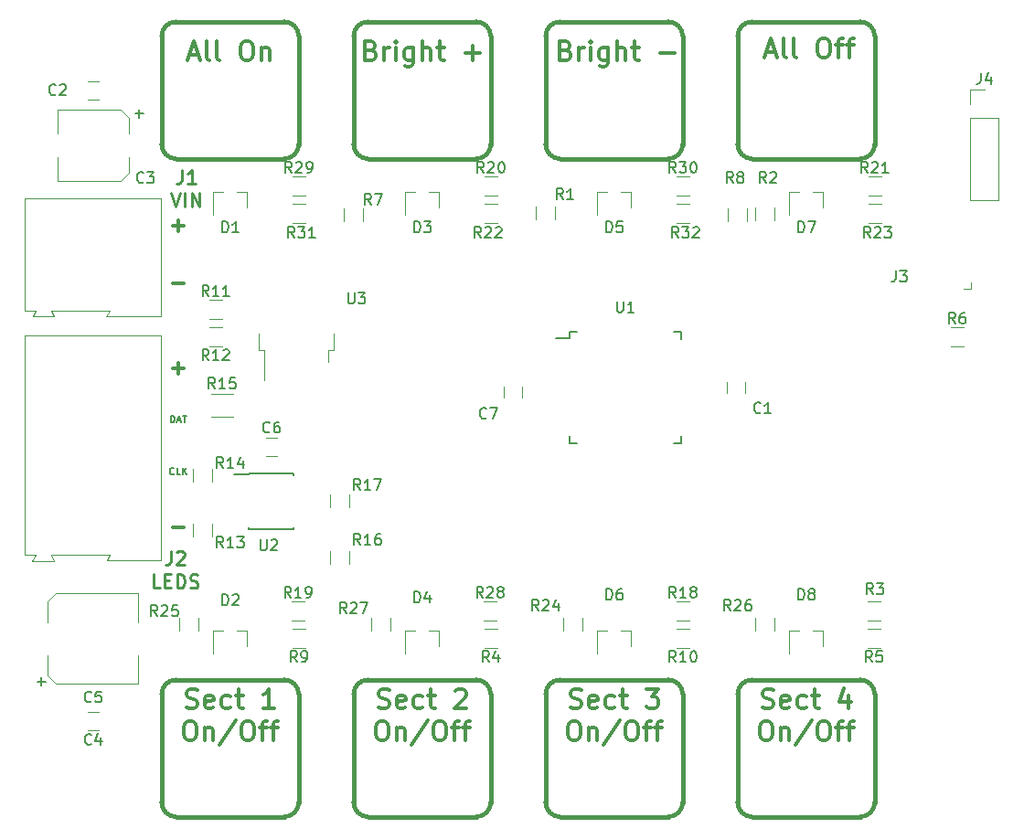
<source format=gto>
G04 #@! TF.FileFunction,Legend,Top*
%FSLAX46Y46*%
G04 Gerber Fmt 4.6, Leading zero omitted, Abs format (unit mm)*
G04 Created by KiCad (PCBNEW 4.0.6) date 11/20/17 19:22:43*
%MOMM*%
%LPD*%
G01*
G04 APERTURE LIST*
%ADD10C,0.100000*%
%ADD11C,0.300000*%
%ADD12C,0.127000*%
%ADD13C,0.158750*%
%ADD14C,0.254000*%
%ADD15C,0.120000*%
%ADD16C,0.400000*%
%ADD17C,0.150000*%
G04 APERTURE END LIST*
D10*
D11*
X153416001Y-125728167D02*
X153670001Y-125812833D01*
X154093334Y-125812833D01*
X154262667Y-125728167D01*
X154347334Y-125643500D01*
X154432001Y-125474167D01*
X154432001Y-125304833D01*
X154347334Y-125135500D01*
X154262667Y-125050833D01*
X154093334Y-124966167D01*
X153754667Y-124881500D01*
X153585334Y-124796833D01*
X153500667Y-124712167D01*
X153416001Y-124542833D01*
X153416001Y-124373500D01*
X153500667Y-124204167D01*
X153585334Y-124119500D01*
X153754667Y-124034833D01*
X154178001Y-124034833D01*
X154432001Y-124119500D01*
X155871334Y-125728167D02*
X155702000Y-125812833D01*
X155363334Y-125812833D01*
X155194000Y-125728167D01*
X155109334Y-125558833D01*
X155109334Y-124881500D01*
X155194000Y-124712167D01*
X155363334Y-124627500D01*
X155702000Y-124627500D01*
X155871334Y-124712167D01*
X155956000Y-124881500D01*
X155956000Y-125050833D01*
X155109334Y-125220167D01*
X157480000Y-125728167D02*
X157310667Y-125812833D01*
X156972000Y-125812833D01*
X156802667Y-125728167D01*
X156718000Y-125643500D01*
X156633334Y-125474167D01*
X156633334Y-124966167D01*
X156718000Y-124796833D01*
X156802667Y-124712167D01*
X156972000Y-124627500D01*
X157310667Y-124627500D01*
X157480000Y-124712167D01*
X157988000Y-124627500D02*
X158665334Y-124627500D01*
X158242000Y-124034833D02*
X158242000Y-125558833D01*
X158326667Y-125728167D01*
X158496000Y-125812833D01*
X158665334Y-125812833D01*
X161374667Y-124627500D02*
X161374667Y-125812833D01*
X160951334Y-123950167D02*
X160528001Y-125220167D01*
X161628667Y-125220167D01*
X153627666Y-127001833D02*
X153966333Y-127001833D01*
X154135666Y-127086500D01*
X154304999Y-127255833D01*
X154389666Y-127594500D01*
X154389666Y-128187167D01*
X154304999Y-128525833D01*
X154135666Y-128695167D01*
X153966333Y-128779833D01*
X153627666Y-128779833D01*
X153458333Y-128695167D01*
X153288999Y-128525833D01*
X153204333Y-128187167D01*
X153204333Y-127594500D01*
X153288999Y-127255833D01*
X153458333Y-127086500D01*
X153627666Y-127001833D01*
X155151666Y-127594500D02*
X155151666Y-128779833D01*
X155151666Y-127763833D02*
X155236333Y-127679167D01*
X155405666Y-127594500D01*
X155659666Y-127594500D01*
X155829000Y-127679167D01*
X155913666Y-127848500D01*
X155913666Y-128779833D01*
X158030333Y-126917167D02*
X156506333Y-129203167D01*
X158961667Y-127001833D02*
X159300334Y-127001833D01*
X159469667Y-127086500D01*
X159639000Y-127255833D01*
X159723667Y-127594500D01*
X159723667Y-128187167D01*
X159639000Y-128525833D01*
X159469667Y-128695167D01*
X159300334Y-128779833D01*
X158961667Y-128779833D01*
X158792334Y-128695167D01*
X158623000Y-128525833D01*
X158538334Y-128187167D01*
X158538334Y-127594500D01*
X158623000Y-127255833D01*
X158792334Y-127086500D01*
X158961667Y-127001833D01*
X160231667Y-127594500D02*
X160909001Y-127594500D01*
X160485667Y-128779833D02*
X160485667Y-127255833D01*
X160570334Y-127086500D01*
X160739667Y-127001833D01*
X160909001Y-127001833D01*
X161247667Y-127594500D02*
X161925001Y-127594500D01*
X161501667Y-128779833D02*
X161501667Y-127255833D01*
X161586334Y-127086500D01*
X161755667Y-127001833D01*
X161925001Y-127001833D01*
X135636001Y-125728167D02*
X135890001Y-125812833D01*
X136313334Y-125812833D01*
X136482667Y-125728167D01*
X136567334Y-125643500D01*
X136652001Y-125474167D01*
X136652001Y-125304833D01*
X136567334Y-125135500D01*
X136482667Y-125050833D01*
X136313334Y-124966167D01*
X135974667Y-124881500D01*
X135805334Y-124796833D01*
X135720667Y-124712167D01*
X135636001Y-124542833D01*
X135636001Y-124373500D01*
X135720667Y-124204167D01*
X135805334Y-124119500D01*
X135974667Y-124034833D01*
X136398001Y-124034833D01*
X136652001Y-124119500D01*
X138091334Y-125728167D02*
X137922000Y-125812833D01*
X137583334Y-125812833D01*
X137414000Y-125728167D01*
X137329334Y-125558833D01*
X137329334Y-124881500D01*
X137414000Y-124712167D01*
X137583334Y-124627500D01*
X137922000Y-124627500D01*
X138091334Y-124712167D01*
X138176000Y-124881500D01*
X138176000Y-125050833D01*
X137329334Y-125220167D01*
X139700000Y-125728167D02*
X139530667Y-125812833D01*
X139192000Y-125812833D01*
X139022667Y-125728167D01*
X138938000Y-125643500D01*
X138853334Y-125474167D01*
X138853334Y-124966167D01*
X138938000Y-124796833D01*
X139022667Y-124712167D01*
X139192000Y-124627500D01*
X139530667Y-124627500D01*
X139700000Y-124712167D01*
X140208000Y-124627500D02*
X140885334Y-124627500D01*
X140462000Y-124034833D02*
X140462000Y-125558833D01*
X140546667Y-125728167D01*
X140716000Y-125812833D01*
X140885334Y-125812833D01*
X142663334Y-124034833D02*
X143764001Y-124034833D01*
X143171334Y-124712167D01*
X143425334Y-124712167D01*
X143594667Y-124796833D01*
X143679334Y-124881500D01*
X143764001Y-125050833D01*
X143764001Y-125474167D01*
X143679334Y-125643500D01*
X143594667Y-125728167D01*
X143425334Y-125812833D01*
X142917334Y-125812833D01*
X142748001Y-125728167D01*
X142663334Y-125643500D01*
X135847666Y-127001833D02*
X136186333Y-127001833D01*
X136355666Y-127086500D01*
X136524999Y-127255833D01*
X136609666Y-127594500D01*
X136609666Y-128187167D01*
X136524999Y-128525833D01*
X136355666Y-128695167D01*
X136186333Y-128779833D01*
X135847666Y-128779833D01*
X135678333Y-128695167D01*
X135508999Y-128525833D01*
X135424333Y-128187167D01*
X135424333Y-127594500D01*
X135508999Y-127255833D01*
X135678333Y-127086500D01*
X135847666Y-127001833D01*
X137371666Y-127594500D02*
X137371666Y-128779833D01*
X137371666Y-127763833D02*
X137456333Y-127679167D01*
X137625666Y-127594500D01*
X137879666Y-127594500D01*
X138049000Y-127679167D01*
X138133666Y-127848500D01*
X138133666Y-128779833D01*
X140250333Y-126917167D02*
X138726333Y-129203167D01*
X141181667Y-127001833D02*
X141520334Y-127001833D01*
X141689667Y-127086500D01*
X141859000Y-127255833D01*
X141943667Y-127594500D01*
X141943667Y-128187167D01*
X141859000Y-128525833D01*
X141689667Y-128695167D01*
X141520334Y-128779833D01*
X141181667Y-128779833D01*
X141012334Y-128695167D01*
X140843000Y-128525833D01*
X140758334Y-128187167D01*
X140758334Y-127594500D01*
X140843000Y-127255833D01*
X141012334Y-127086500D01*
X141181667Y-127001833D01*
X142451667Y-127594500D02*
X143129001Y-127594500D01*
X142705667Y-128779833D02*
X142705667Y-127255833D01*
X142790334Y-127086500D01*
X142959667Y-127001833D01*
X143129001Y-127001833D01*
X143467667Y-127594500D02*
X144145001Y-127594500D01*
X143721667Y-128779833D02*
X143721667Y-127255833D01*
X143806334Y-127086500D01*
X143975667Y-127001833D01*
X144145001Y-127001833D01*
X117856001Y-125728167D02*
X118110001Y-125812833D01*
X118533334Y-125812833D01*
X118702667Y-125728167D01*
X118787334Y-125643500D01*
X118872001Y-125474167D01*
X118872001Y-125304833D01*
X118787334Y-125135500D01*
X118702667Y-125050833D01*
X118533334Y-124966167D01*
X118194667Y-124881500D01*
X118025334Y-124796833D01*
X117940667Y-124712167D01*
X117856001Y-124542833D01*
X117856001Y-124373500D01*
X117940667Y-124204167D01*
X118025334Y-124119500D01*
X118194667Y-124034833D01*
X118618001Y-124034833D01*
X118872001Y-124119500D01*
X120311334Y-125728167D02*
X120142000Y-125812833D01*
X119803334Y-125812833D01*
X119634000Y-125728167D01*
X119549334Y-125558833D01*
X119549334Y-124881500D01*
X119634000Y-124712167D01*
X119803334Y-124627500D01*
X120142000Y-124627500D01*
X120311334Y-124712167D01*
X120396000Y-124881500D01*
X120396000Y-125050833D01*
X119549334Y-125220167D01*
X121920000Y-125728167D02*
X121750667Y-125812833D01*
X121412000Y-125812833D01*
X121242667Y-125728167D01*
X121158000Y-125643500D01*
X121073334Y-125474167D01*
X121073334Y-124966167D01*
X121158000Y-124796833D01*
X121242667Y-124712167D01*
X121412000Y-124627500D01*
X121750667Y-124627500D01*
X121920000Y-124712167D01*
X122428000Y-124627500D02*
X123105334Y-124627500D01*
X122682000Y-124034833D02*
X122682000Y-125558833D01*
X122766667Y-125728167D01*
X122936000Y-125812833D01*
X123105334Y-125812833D01*
X124968001Y-124204167D02*
X125052667Y-124119500D01*
X125222001Y-124034833D01*
X125645334Y-124034833D01*
X125814667Y-124119500D01*
X125899334Y-124204167D01*
X125984001Y-124373500D01*
X125984001Y-124542833D01*
X125899334Y-124796833D01*
X124883334Y-125812833D01*
X125984001Y-125812833D01*
X118067666Y-127001833D02*
X118406333Y-127001833D01*
X118575666Y-127086500D01*
X118744999Y-127255833D01*
X118829666Y-127594500D01*
X118829666Y-128187167D01*
X118744999Y-128525833D01*
X118575666Y-128695167D01*
X118406333Y-128779833D01*
X118067666Y-128779833D01*
X117898333Y-128695167D01*
X117728999Y-128525833D01*
X117644333Y-128187167D01*
X117644333Y-127594500D01*
X117728999Y-127255833D01*
X117898333Y-127086500D01*
X118067666Y-127001833D01*
X119591666Y-127594500D02*
X119591666Y-128779833D01*
X119591666Y-127763833D02*
X119676333Y-127679167D01*
X119845666Y-127594500D01*
X120099666Y-127594500D01*
X120269000Y-127679167D01*
X120353666Y-127848500D01*
X120353666Y-128779833D01*
X122470333Y-126917167D02*
X120946333Y-129203167D01*
X123401667Y-127001833D02*
X123740334Y-127001833D01*
X123909667Y-127086500D01*
X124079000Y-127255833D01*
X124163667Y-127594500D01*
X124163667Y-128187167D01*
X124079000Y-128525833D01*
X123909667Y-128695167D01*
X123740334Y-128779833D01*
X123401667Y-128779833D01*
X123232334Y-128695167D01*
X123063000Y-128525833D01*
X122978334Y-128187167D01*
X122978334Y-127594500D01*
X123063000Y-127255833D01*
X123232334Y-127086500D01*
X123401667Y-127001833D01*
X124671667Y-127594500D02*
X125349001Y-127594500D01*
X124925667Y-128779833D02*
X124925667Y-127255833D01*
X125010334Y-127086500D01*
X125179667Y-127001833D01*
X125349001Y-127001833D01*
X125687667Y-127594500D02*
X126365001Y-127594500D01*
X125941667Y-128779833D02*
X125941667Y-127255833D01*
X126026334Y-127086500D01*
X126195667Y-127001833D01*
X126365001Y-127001833D01*
X100076001Y-125728167D02*
X100330001Y-125812833D01*
X100753334Y-125812833D01*
X100922667Y-125728167D01*
X101007334Y-125643500D01*
X101092001Y-125474167D01*
X101092001Y-125304833D01*
X101007334Y-125135500D01*
X100922667Y-125050833D01*
X100753334Y-124966167D01*
X100414667Y-124881500D01*
X100245334Y-124796833D01*
X100160667Y-124712167D01*
X100076001Y-124542833D01*
X100076001Y-124373500D01*
X100160667Y-124204167D01*
X100245334Y-124119500D01*
X100414667Y-124034833D01*
X100838001Y-124034833D01*
X101092001Y-124119500D01*
X102531334Y-125728167D02*
X102362000Y-125812833D01*
X102023334Y-125812833D01*
X101854000Y-125728167D01*
X101769334Y-125558833D01*
X101769334Y-124881500D01*
X101854000Y-124712167D01*
X102023334Y-124627500D01*
X102362000Y-124627500D01*
X102531334Y-124712167D01*
X102616000Y-124881500D01*
X102616000Y-125050833D01*
X101769334Y-125220167D01*
X104140000Y-125728167D02*
X103970667Y-125812833D01*
X103632000Y-125812833D01*
X103462667Y-125728167D01*
X103378000Y-125643500D01*
X103293334Y-125474167D01*
X103293334Y-124966167D01*
X103378000Y-124796833D01*
X103462667Y-124712167D01*
X103632000Y-124627500D01*
X103970667Y-124627500D01*
X104140000Y-124712167D01*
X104648000Y-124627500D02*
X105325334Y-124627500D01*
X104902000Y-124034833D02*
X104902000Y-125558833D01*
X104986667Y-125728167D01*
X105156000Y-125812833D01*
X105325334Y-125812833D01*
X108204001Y-125812833D02*
X107188001Y-125812833D01*
X107696001Y-125812833D02*
X107696001Y-124034833D01*
X107526667Y-124288833D01*
X107357334Y-124458167D01*
X107188001Y-124542833D01*
X100287666Y-127001833D02*
X100626333Y-127001833D01*
X100795666Y-127086500D01*
X100964999Y-127255833D01*
X101049666Y-127594500D01*
X101049666Y-128187167D01*
X100964999Y-128525833D01*
X100795666Y-128695167D01*
X100626333Y-128779833D01*
X100287666Y-128779833D01*
X100118333Y-128695167D01*
X99948999Y-128525833D01*
X99864333Y-128187167D01*
X99864333Y-127594500D01*
X99948999Y-127255833D01*
X100118333Y-127086500D01*
X100287666Y-127001833D01*
X101811666Y-127594500D02*
X101811666Y-128779833D01*
X101811666Y-127763833D02*
X101896333Y-127679167D01*
X102065666Y-127594500D01*
X102319666Y-127594500D01*
X102489000Y-127679167D01*
X102573666Y-127848500D01*
X102573666Y-128779833D01*
X104690333Y-126917167D02*
X103166333Y-129203167D01*
X105621667Y-127001833D02*
X105960334Y-127001833D01*
X106129667Y-127086500D01*
X106299000Y-127255833D01*
X106383667Y-127594500D01*
X106383667Y-128187167D01*
X106299000Y-128525833D01*
X106129667Y-128695167D01*
X105960334Y-128779833D01*
X105621667Y-128779833D01*
X105452334Y-128695167D01*
X105283000Y-128525833D01*
X105198334Y-128187167D01*
X105198334Y-127594500D01*
X105283000Y-127255833D01*
X105452334Y-127086500D01*
X105621667Y-127001833D01*
X106891667Y-127594500D02*
X107569001Y-127594500D01*
X107145667Y-128779833D02*
X107145667Y-127255833D01*
X107230334Y-127086500D01*
X107399667Y-127001833D01*
X107569001Y-127001833D01*
X107907667Y-127594500D02*
X108585001Y-127594500D01*
X108161667Y-128779833D02*
X108161667Y-127255833D01*
X108246334Y-127086500D01*
X108415667Y-127001833D01*
X108585001Y-127001833D01*
X153754667Y-65066333D02*
X154601333Y-65066333D01*
X153585333Y-65574333D02*
X154178000Y-63796333D01*
X154770667Y-65574333D01*
X155617333Y-65574333D02*
X155448000Y-65489667D01*
X155363333Y-65320333D01*
X155363333Y-63796333D01*
X156548666Y-65574333D02*
X156379333Y-65489667D01*
X156294666Y-65320333D01*
X156294666Y-63796333D01*
X158919333Y-63796333D02*
X159258000Y-63796333D01*
X159427333Y-63881000D01*
X159596666Y-64050333D01*
X159681333Y-64389000D01*
X159681333Y-64981667D01*
X159596666Y-65320333D01*
X159427333Y-65489667D01*
X159258000Y-65574333D01*
X158919333Y-65574333D01*
X158750000Y-65489667D01*
X158580666Y-65320333D01*
X158496000Y-64981667D01*
X158496000Y-64389000D01*
X158580666Y-64050333D01*
X158750000Y-63881000D01*
X158919333Y-63796333D01*
X160189333Y-64389000D02*
X160866667Y-64389000D01*
X160443333Y-65574333D02*
X160443333Y-64050333D01*
X160528000Y-63881000D01*
X160697333Y-63796333D01*
X160866667Y-63796333D01*
X161205333Y-64389000D02*
X161882667Y-64389000D01*
X161459333Y-65574333D02*
X161459333Y-64050333D01*
X161544000Y-63881000D01*
X161713333Y-63796333D01*
X161882667Y-63796333D01*
X135212666Y-64897000D02*
X135466666Y-64981667D01*
X135551333Y-65066333D01*
X135635999Y-65235667D01*
X135635999Y-65489667D01*
X135551333Y-65659000D01*
X135466666Y-65743667D01*
X135297333Y-65828333D01*
X134619999Y-65828333D01*
X134619999Y-64050333D01*
X135212666Y-64050333D01*
X135381999Y-64135000D01*
X135466666Y-64219667D01*
X135551333Y-64389000D01*
X135551333Y-64558333D01*
X135466666Y-64727667D01*
X135381999Y-64812333D01*
X135212666Y-64897000D01*
X134619999Y-64897000D01*
X136397999Y-65828333D02*
X136397999Y-64643000D01*
X136397999Y-64981667D02*
X136482666Y-64812333D01*
X136567333Y-64727667D01*
X136736666Y-64643000D01*
X136905999Y-64643000D01*
X137498666Y-65828333D02*
X137498666Y-64643000D01*
X137498666Y-64050333D02*
X137414000Y-64135000D01*
X137498666Y-64219667D01*
X137583333Y-64135000D01*
X137498666Y-64050333D01*
X137498666Y-64219667D01*
X139107333Y-64643000D02*
X139107333Y-66082333D01*
X139022667Y-66251667D01*
X138938000Y-66336333D01*
X138768667Y-66421000D01*
X138514667Y-66421000D01*
X138345333Y-66336333D01*
X139107333Y-65743667D02*
X138938000Y-65828333D01*
X138599333Y-65828333D01*
X138430000Y-65743667D01*
X138345333Y-65659000D01*
X138260667Y-65489667D01*
X138260667Y-64981667D01*
X138345333Y-64812333D01*
X138430000Y-64727667D01*
X138599333Y-64643000D01*
X138938000Y-64643000D01*
X139107333Y-64727667D01*
X139954000Y-65828333D02*
X139954000Y-64050333D01*
X140716000Y-65828333D02*
X140716000Y-64897000D01*
X140631334Y-64727667D01*
X140462000Y-64643000D01*
X140208000Y-64643000D01*
X140038667Y-64727667D01*
X139954000Y-64812333D01*
X141308667Y-64643000D02*
X141986001Y-64643000D01*
X141562667Y-64050333D02*
X141562667Y-65574333D01*
X141647334Y-65743667D01*
X141816667Y-65828333D01*
X141986001Y-65828333D01*
X143933334Y-65151000D02*
X145288001Y-65151000D01*
X100372334Y-65320333D02*
X101219000Y-65320333D01*
X100203000Y-65828333D02*
X100795667Y-64050333D01*
X101388334Y-65828333D01*
X102235000Y-65828333D02*
X102065667Y-65743667D01*
X101981000Y-65574333D01*
X101981000Y-64050333D01*
X103166333Y-65828333D02*
X102997000Y-65743667D01*
X102912333Y-65574333D01*
X102912333Y-64050333D01*
X105537000Y-64050333D02*
X105875667Y-64050333D01*
X106045000Y-64135000D01*
X106214333Y-64304333D01*
X106299000Y-64643000D01*
X106299000Y-65235667D01*
X106214333Y-65574333D01*
X106045000Y-65743667D01*
X105875667Y-65828333D01*
X105537000Y-65828333D01*
X105367667Y-65743667D01*
X105198333Y-65574333D01*
X105113667Y-65235667D01*
X105113667Y-64643000D01*
X105198333Y-64304333D01*
X105367667Y-64135000D01*
X105537000Y-64050333D01*
X107061000Y-64643000D02*
X107061000Y-65828333D01*
X107061000Y-64812333D02*
X107145667Y-64727667D01*
X107315000Y-64643000D01*
X107569000Y-64643000D01*
X107738334Y-64727667D01*
X107823000Y-64897000D01*
X107823000Y-65828333D01*
X117178666Y-64897000D02*
X117432666Y-64981667D01*
X117517333Y-65066333D01*
X117601999Y-65235667D01*
X117601999Y-65489667D01*
X117517333Y-65659000D01*
X117432666Y-65743667D01*
X117263333Y-65828333D01*
X116585999Y-65828333D01*
X116585999Y-64050333D01*
X117178666Y-64050333D01*
X117347999Y-64135000D01*
X117432666Y-64219667D01*
X117517333Y-64389000D01*
X117517333Y-64558333D01*
X117432666Y-64727667D01*
X117347999Y-64812333D01*
X117178666Y-64897000D01*
X116585999Y-64897000D01*
X118363999Y-65828333D02*
X118363999Y-64643000D01*
X118363999Y-64981667D02*
X118448666Y-64812333D01*
X118533333Y-64727667D01*
X118702666Y-64643000D01*
X118871999Y-64643000D01*
X119464666Y-65828333D02*
X119464666Y-64643000D01*
X119464666Y-64050333D02*
X119380000Y-64135000D01*
X119464666Y-64219667D01*
X119549333Y-64135000D01*
X119464666Y-64050333D01*
X119464666Y-64219667D01*
X121073333Y-64643000D02*
X121073333Y-66082333D01*
X120988667Y-66251667D01*
X120904000Y-66336333D01*
X120734667Y-66421000D01*
X120480667Y-66421000D01*
X120311333Y-66336333D01*
X121073333Y-65743667D02*
X120904000Y-65828333D01*
X120565333Y-65828333D01*
X120396000Y-65743667D01*
X120311333Y-65659000D01*
X120226667Y-65489667D01*
X120226667Y-64981667D01*
X120311333Y-64812333D01*
X120396000Y-64727667D01*
X120565333Y-64643000D01*
X120904000Y-64643000D01*
X121073333Y-64727667D01*
X121920000Y-65828333D02*
X121920000Y-64050333D01*
X122682000Y-65828333D02*
X122682000Y-64897000D01*
X122597334Y-64727667D01*
X122428000Y-64643000D01*
X122174000Y-64643000D01*
X122004667Y-64727667D01*
X121920000Y-64812333D01*
X123274667Y-64643000D02*
X123952001Y-64643000D01*
X123528667Y-64050333D02*
X123528667Y-65574333D01*
X123613334Y-65743667D01*
X123782667Y-65828333D01*
X123952001Y-65828333D01*
X125899334Y-65151000D02*
X127254001Y-65151000D01*
X126576668Y-65828333D02*
X126576668Y-64473667D01*
D12*
X98936024Y-104112786D02*
X98905786Y-104143024D01*
X98815071Y-104173262D01*
X98754595Y-104173262D01*
X98663881Y-104143024D01*
X98603405Y-104082548D01*
X98573166Y-104022071D01*
X98542928Y-103901119D01*
X98542928Y-103810405D01*
X98573166Y-103689452D01*
X98603405Y-103628976D01*
X98663881Y-103568500D01*
X98754595Y-103538262D01*
X98815071Y-103538262D01*
X98905786Y-103568500D01*
X98936024Y-103598738D01*
X99510547Y-104173262D02*
X99208166Y-104173262D01*
X99208166Y-103538262D01*
X99722214Y-104173262D02*
X99722214Y-103538262D01*
X100085072Y-104173262D02*
X99812929Y-103810405D01*
X100085072Y-103538262D02*
X99722214Y-103901119D01*
D13*
X98633642Y-99347262D02*
X98633642Y-98712262D01*
X98784833Y-98712262D01*
X98875547Y-98742500D01*
X98936023Y-98802976D01*
X98966262Y-98863452D01*
X98996500Y-98984405D01*
X98996500Y-99075119D01*
X98966262Y-99196071D01*
X98936023Y-99256548D01*
X98875547Y-99317024D01*
X98784833Y-99347262D01*
X98633642Y-99347262D01*
X99238404Y-99165833D02*
X99540785Y-99165833D01*
X99177928Y-99347262D02*
X99389595Y-98712262D01*
X99601262Y-99347262D01*
X99722214Y-98712262D02*
X100085071Y-98712262D01*
X99903643Y-99347262D02*
X99903643Y-98712262D01*
D11*
X99797809Y-109056714D02*
X98830190Y-109056714D01*
X99797809Y-94324714D02*
X98830190Y-94324714D01*
X99314000Y-94808524D02*
X99314000Y-93840905D01*
X99797809Y-86450714D02*
X98830190Y-86450714D01*
X99797809Y-81116714D02*
X98830190Y-81116714D01*
X99314000Y-81600524D02*
X99314000Y-80632905D01*
D14*
X98636667Y-111255024D02*
X98636667Y-112162167D01*
X98576191Y-112343595D01*
X98455239Y-112464548D01*
X98273810Y-112525024D01*
X98152858Y-112525024D01*
X99180953Y-111375976D02*
X99241429Y-111315500D01*
X99362381Y-111255024D01*
X99664762Y-111255024D01*
X99785715Y-111315500D01*
X99846191Y-111375976D01*
X99906667Y-111496929D01*
X99906667Y-111617881D01*
X99846191Y-111799310D01*
X99120477Y-112525024D01*
X99906667Y-112525024D01*
X97638810Y-114684024D02*
X97034048Y-114684024D01*
X97034048Y-113414024D01*
X98062143Y-114018786D02*
X98485476Y-114018786D01*
X98666905Y-114684024D02*
X98062143Y-114684024D01*
X98062143Y-113414024D01*
X98666905Y-113414024D01*
X99211191Y-114684024D02*
X99211191Y-113414024D01*
X99513572Y-113414024D01*
X99695000Y-113474500D01*
X99815953Y-113595452D01*
X99876429Y-113716405D01*
X99936905Y-113958310D01*
X99936905Y-114139738D01*
X99876429Y-114381643D01*
X99815953Y-114502595D01*
X99695000Y-114623548D01*
X99513572Y-114684024D01*
X99211191Y-114684024D01*
X100420715Y-114623548D02*
X100602143Y-114684024D01*
X100904524Y-114684024D01*
X101025477Y-114623548D01*
X101085953Y-114563071D01*
X101146429Y-114442119D01*
X101146429Y-114321167D01*
X101085953Y-114200214D01*
X101025477Y-114139738D01*
X100904524Y-114079262D01*
X100662620Y-114018786D01*
X100541667Y-113958310D01*
X100481191Y-113897833D01*
X100420715Y-113776881D01*
X100420715Y-113655929D01*
X100481191Y-113534976D01*
X100541667Y-113474500D01*
X100662620Y-113414024D01*
X100965000Y-113414024D01*
X101146429Y-113474500D01*
X99652667Y-75949024D02*
X99652667Y-76856167D01*
X99592191Y-77037595D01*
X99471239Y-77158548D01*
X99289810Y-77219024D01*
X99168858Y-77219024D01*
X100922667Y-77219024D02*
X100196953Y-77219024D01*
X100559810Y-77219024D02*
X100559810Y-75949024D01*
X100438858Y-76130452D01*
X100317905Y-76251405D01*
X100196953Y-76311881D01*
X98685048Y-78108024D02*
X99108382Y-79378024D01*
X99531715Y-78108024D01*
X99955048Y-79378024D02*
X99955048Y-78108024D01*
X100559810Y-79378024D02*
X100559810Y-78108024D01*
X101285524Y-79378024D01*
X101285524Y-78108024D01*
D15*
X106785000Y-91105000D02*
X106785000Y-92605000D01*
X106785000Y-92605000D02*
X107255000Y-92605000D01*
X107255000Y-92605000D02*
X107255000Y-95435000D01*
X113685000Y-91105000D02*
X113685000Y-92605000D01*
X113685000Y-92605000D02*
X113215000Y-92605000D01*
X113215000Y-92605000D02*
X113215000Y-93705000D01*
X150153000Y-95639000D02*
X150153000Y-96639000D01*
X151853000Y-96639000D02*
X151853000Y-95639000D01*
X91940000Y-67730000D02*
X90940000Y-67730000D01*
X90940000Y-69430000D02*
X91940000Y-69430000D01*
X88140000Y-70360000D02*
X88140000Y-72540000D01*
X88140000Y-76960000D02*
X88140000Y-74780000D01*
X94740000Y-71120000D02*
X94740000Y-72540000D01*
X94740000Y-76200000D02*
X94740000Y-74780000D01*
X88140000Y-70360000D02*
X93980000Y-70360000D01*
X93980000Y-70360000D02*
X94740000Y-71120000D01*
X94740000Y-76200000D02*
X93980000Y-76960000D01*
X93980000Y-76960000D02*
X88140000Y-76960000D01*
X90940000Y-127850000D02*
X91940000Y-127850000D01*
X91940000Y-126150000D02*
X90940000Y-126150000D01*
X87250000Y-122810000D02*
X87250000Y-120890000D01*
X87250000Y-115950000D02*
X87250000Y-117870000D01*
X95630000Y-123570000D02*
X95630000Y-120890000D01*
X95630000Y-115190000D02*
X95630000Y-117870000D01*
X95630000Y-123570000D02*
X88010000Y-123570000D01*
X88010000Y-123570000D02*
X87250000Y-122810000D01*
X87250000Y-115950000D02*
X88010000Y-115190000D01*
X88010000Y-115190000D02*
X95630000Y-115190000D01*
X108470000Y-100750000D02*
X107470000Y-100750000D01*
X107470000Y-102450000D02*
X108470000Y-102450000D01*
X105720000Y-77980000D02*
X104790000Y-77980000D01*
X102560000Y-77980000D02*
X103490000Y-77980000D01*
X102560000Y-77980000D02*
X102560000Y-80140000D01*
X105720000Y-77980000D02*
X105720000Y-79440000D01*
X105720000Y-118620000D02*
X104790000Y-118620000D01*
X102560000Y-118620000D02*
X103490000Y-118620000D01*
X102560000Y-118620000D02*
X102560000Y-120780000D01*
X105720000Y-118620000D02*
X105720000Y-120080000D01*
X123500000Y-77980000D02*
X122570000Y-77980000D01*
X120340000Y-77980000D02*
X121270000Y-77980000D01*
X120340000Y-77980000D02*
X120340000Y-80140000D01*
X123500000Y-77980000D02*
X123500000Y-79440000D01*
X123500000Y-118620000D02*
X122570000Y-118620000D01*
X120340000Y-118620000D02*
X121270000Y-118620000D01*
X120340000Y-118620000D02*
X120340000Y-120780000D01*
X123500000Y-118620000D02*
X123500000Y-120080000D01*
X141280000Y-77980000D02*
X140350000Y-77980000D01*
X138120000Y-77980000D02*
X139050000Y-77980000D01*
X138120000Y-77980000D02*
X138120000Y-80140000D01*
X141280000Y-77980000D02*
X141280000Y-79440000D01*
X141280000Y-118620000D02*
X140350000Y-118620000D01*
X138120000Y-118620000D02*
X139050000Y-118620000D01*
X138120000Y-118620000D02*
X138120000Y-120780000D01*
X141280000Y-118620000D02*
X141280000Y-120080000D01*
X159060000Y-77980000D02*
X158130000Y-77980000D01*
X155900000Y-77980000D02*
X156830000Y-77980000D01*
X155900000Y-77980000D02*
X155900000Y-80140000D01*
X159060000Y-77980000D02*
X159060000Y-79440000D01*
X159060000Y-118620000D02*
X158130000Y-118620000D01*
X155900000Y-118620000D02*
X156830000Y-118620000D01*
X155900000Y-118620000D02*
X155900000Y-120780000D01*
X159060000Y-118620000D02*
X159060000Y-120080000D01*
X97740000Y-78630000D02*
X85140000Y-78630000D01*
X85140000Y-78630000D02*
X85140000Y-88980000D01*
X85140000Y-88980000D02*
X86090000Y-88980000D01*
X86090000Y-88980000D02*
X85840000Y-89480000D01*
X85840000Y-89480000D02*
X87740000Y-89480000D01*
X87740000Y-89480000D02*
X87790000Y-89480000D01*
X87790000Y-89480000D02*
X87540000Y-88980000D01*
X87540000Y-88980000D02*
X92940000Y-88980000D01*
X92940000Y-88980000D02*
X92640000Y-89480000D01*
X92640000Y-89480000D02*
X97740000Y-89480000D01*
X97740000Y-89480000D02*
X97740000Y-78630000D01*
X97740000Y-91330000D02*
X97740000Y-112130000D01*
X97740000Y-112130000D02*
X92690000Y-112130000D01*
X92690000Y-112130000D02*
X92940000Y-111630000D01*
X92940000Y-111630000D02*
X87540000Y-111630000D01*
X87540000Y-111630000D02*
X87840000Y-112180000D01*
X87840000Y-112180000D02*
X85790000Y-112180000D01*
X85790000Y-112180000D02*
X86090000Y-111630000D01*
X86090000Y-111630000D02*
X85140000Y-111630000D01*
X85140000Y-111630000D02*
X85140000Y-91330000D01*
X85140000Y-91330000D02*
X97740000Y-91330000D01*
X172720000Y-86995000D02*
X172085000Y-86995000D01*
X172720000Y-86360000D02*
X172720000Y-86995000D01*
X172660000Y-78800000D02*
X175320000Y-78800000D01*
X172660000Y-71120000D02*
X172660000Y-78800000D01*
X175320000Y-71120000D02*
X175320000Y-78800000D01*
X172660000Y-71120000D02*
X175320000Y-71120000D01*
X172660000Y-69850000D02*
X172660000Y-68520000D01*
X172660000Y-68520000D02*
X173990000Y-68520000D01*
X134230000Y-79330000D02*
X134230000Y-80530000D01*
X132470000Y-80530000D02*
X132470000Y-79330000D01*
X154550000Y-79410000D02*
X154550000Y-80610000D01*
X152790000Y-80610000D02*
X152790000Y-79410000D01*
X163150000Y-115960000D02*
X164350000Y-115960000D01*
X164350000Y-117720000D02*
X163150000Y-117720000D01*
X127670000Y-118500000D02*
X128870000Y-118500000D01*
X128870000Y-120260000D02*
X127670000Y-120260000D01*
X163150000Y-118500000D02*
X164350000Y-118500000D01*
X164350000Y-120260000D02*
X163150000Y-120260000D01*
X172050000Y-92320000D02*
X170850000Y-92320000D01*
X170850000Y-90560000D02*
X172050000Y-90560000D01*
X116450000Y-79490000D02*
X116450000Y-80690000D01*
X114690000Y-80690000D02*
X114690000Y-79490000D01*
X152010000Y-79490000D02*
X152010000Y-80690000D01*
X150250000Y-80690000D02*
X150250000Y-79490000D01*
X109890000Y-118500000D02*
X111090000Y-118500000D01*
X111090000Y-120260000D02*
X109890000Y-120260000D01*
X145450000Y-118500000D02*
X146650000Y-118500000D01*
X146650000Y-120260000D02*
X145450000Y-120260000D01*
X102190000Y-90560000D02*
X103390000Y-90560000D01*
X103390000Y-92320000D02*
X102190000Y-92320000D01*
X102480000Y-108700000D02*
X102480000Y-109900000D01*
X100720000Y-109900000D02*
X100720000Y-108700000D01*
X100720000Y-104820000D02*
X100720000Y-103620000D01*
X102480000Y-103620000D02*
X102480000Y-104820000D01*
X115180000Y-111240000D02*
X115180000Y-112440000D01*
X113420000Y-112440000D02*
X113420000Y-111240000D01*
X113420000Y-107200000D02*
X113420000Y-106000000D01*
X115180000Y-106000000D02*
X115180000Y-107200000D01*
X146650000Y-117720000D02*
X145450000Y-117720000D01*
X145450000Y-115960000D02*
X146650000Y-115960000D01*
X111010000Y-117720000D02*
X109810000Y-117720000D01*
X109810000Y-115960000D02*
X111010000Y-115960000D01*
X128870000Y-78350000D02*
X127670000Y-78350000D01*
X127670000Y-76590000D02*
X128870000Y-76590000D01*
X164430000Y-78350000D02*
X163230000Y-78350000D01*
X163230000Y-76590000D02*
X164430000Y-76590000D01*
X128870000Y-80890000D02*
X127670000Y-80890000D01*
X127670000Y-79130000D02*
X128870000Y-79130000D01*
X164430000Y-80890000D02*
X163230000Y-80890000D01*
X163230000Y-79130000D02*
X164430000Y-79130000D01*
X136770000Y-117430000D02*
X136770000Y-118630000D01*
X135010000Y-118630000D02*
X135010000Y-117430000D01*
X101210000Y-117430000D02*
X101210000Y-118630000D01*
X99450000Y-118630000D02*
X99450000Y-117430000D01*
X154550000Y-117430000D02*
X154550000Y-118630000D01*
X152790000Y-118630000D02*
X152790000Y-117430000D01*
X118990000Y-117430000D02*
X118990000Y-118630000D01*
X117230000Y-118630000D02*
X117230000Y-117430000D01*
X128790000Y-117720000D02*
X127590000Y-117720000D01*
X127590000Y-115960000D02*
X128790000Y-115960000D01*
D16*
X110490000Y-63580000D02*
X110490000Y-73580000D01*
X99140000Y-74930000D02*
X109140000Y-74930000D01*
X99140000Y-62230000D02*
X109140000Y-62230000D01*
X97790000Y-63580000D02*
X97790000Y-73580000D01*
X97790000Y-73580000D02*
G75*
G03X99140000Y-74930000I1350000J0D01*
G01*
X110490000Y-63580000D02*
G75*
G03X109140000Y-62230000I-1350000J0D01*
G01*
X109140000Y-74930000D02*
G75*
G03X110490000Y-73580000I0J1350000D01*
G01*
X99140000Y-62230000D02*
G75*
G03X97790000Y-63580000I0J-1350000D01*
G01*
X110490000Y-124540000D02*
X110490000Y-134540000D01*
X99140000Y-135890000D02*
X109140000Y-135890000D01*
X99140000Y-123190000D02*
X109140000Y-123190000D01*
X97790000Y-124540000D02*
X97790000Y-134540000D01*
X97790000Y-134540000D02*
G75*
G03X99140000Y-135890000I1350000J0D01*
G01*
X110490000Y-124540000D02*
G75*
G03X109140000Y-123190000I-1350000J0D01*
G01*
X109140000Y-135890000D02*
G75*
G03X110490000Y-134540000I0J1350000D01*
G01*
X99140000Y-123190000D02*
G75*
G03X97790000Y-124540000I0J-1350000D01*
G01*
X128270000Y-63580000D02*
X128270000Y-73580000D01*
X116920000Y-74930000D02*
X126920000Y-74930000D01*
X116920000Y-62230000D02*
X126920000Y-62230000D01*
X115570000Y-63580000D02*
X115570000Y-73580000D01*
X115570000Y-73580000D02*
G75*
G03X116920000Y-74930000I1350000J0D01*
G01*
X128270000Y-63580000D02*
G75*
G03X126920000Y-62230000I-1350000J0D01*
G01*
X126920000Y-74930000D02*
G75*
G03X128270000Y-73580000I0J1350000D01*
G01*
X116920000Y-62230000D02*
G75*
G03X115570000Y-63580000I0J-1350000D01*
G01*
X128270000Y-124540000D02*
X128270000Y-134540000D01*
X116920000Y-135890000D02*
X126920000Y-135890000D01*
X116920000Y-123190000D02*
X126920000Y-123190000D01*
X115570000Y-124540000D02*
X115570000Y-134540000D01*
X115570000Y-134540000D02*
G75*
G03X116920000Y-135890000I1350000J0D01*
G01*
X128270000Y-124540000D02*
G75*
G03X126920000Y-123190000I-1350000J0D01*
G01*
X126920000Y-135890000D02*
G75*
G03X128270000Y-134540000I0J1350000D01*
G01*
X116920000Y-123190000D02*
G75*
G03X115570000Y-124540000I0J-1350000D01*
G01*
X146050000Y-63580000D02*
X146050000Y-73580000D01*
X134700000Y-74930000D02*
X144700000Y-74930000D01*
X134700000Y-62230000D02*
X144700000Y-62230000D01*
X133350000Y-63580000D02*
X133350000Y-73580000D01*
X133350000Y-73580000D02*
G75*
G03X134700000Y-74930000I1350000J0D01*
G01*
X146050000Y-63580000D02*
G75*
G03X144700000Y-62230000I-1350000J0D01*
G01*
X144700000Y-74930000D02*
G75*
G03X146050000Y-73580000I0J1350000D01*
G01*
X134700000Y-62230000D02*
G75*
G03X133350000Y-63580000I0J-1350000D01*
G01*
X146050000Y-124540000D02*
X146050000Y-134540000D01*
X134700000Y-135890000D02*
X144700000Y-135890000D01*
X134700000Y-123190000D02*
X144700000Y-123190000D01*
X133350000Y-124540000D02*
X133350000Y-134540000D01*
X133350000Y-134540000D02*
G75*
G03X134700000Y-135890000I1350000J0D01*
G01*
X146050000Y-124540000D02*
G75*
G03X144700000Y-123190000I-1350000J0D01*
G01*
X144700000Y-135890000D02*
G75*
G03X146050000Y-134540000I0J1350000D01*
G01*
X134700000Y-123190000D02*
G75*
G03X133350000Y-124540000I0J-1350000D01*
G01*
X163830000Y-63580000D02*
X163830000Y-73580000D01*
X152480000Y-74930000D02*
X162480000Y-74930000D01*
X152480000Y-62230000D02*
X162480000Y-62230000D01*
X151130000Y-63580000D02*
X151130000Y-73580000D01*
X151130000Y-73580000D02*
G75*
G03X152480000Y-74930000I1350000J0D01*
G01*
X163830000Y-63580000D02*
G75*
G03X162480000Y-62230000I-1350000J0D01*
G01*
X162480000Y-74930000D02*
G75*
G03X163830000Y-73580000I0J1350000D01*
G01*
X152480000Y-62230000D02*
G75*
G03X151130000Y-63580000I0J-1350000D01*
G01*
X163830000Y-124540000D02*
X163830000Y-134540000D01*
X152480000Y-135890000D02*
X162480000Y-135890000D01*
X152480000Y-123190000D02*
X162480000Y-123190000D01*
X151130000Y-124540000D02*
X151130000Y-134540000D01*
X151130000Y-134540000D02*
G75*
G03X152480000Y-135890000I1350000J0D01*
G01*
X163830000Y-124540000D02*
G75*
G03X162480000Y-123190000I-1350000J0D01*
G01*
X162480000Y-135890000D02*
G75*
G03X163830000Y-134540000I0J1350000D01*
G01*
X152480000Y-123190000D02*
G75*
G03X151130000Y-124540000I0J-1350000D01*
G01*
D17*
X135541000Y-90964000D02*
X135541000Y-91539000D01*
X145891000Y-90964000D02*
X145891000Y-91639000D01*
X145891000Y-101314000D02*
X145891000Y-100639000D01*
X135541000Y-101314000D02*
X135541000Y-100639000D01*
X135541000Y-90964000D02*
X136216000Y-90964000D01*
X135541000Y-101314000D02*
X136216000Y-101314000D01*
X145891000Y-101314000D02*
X145216000Y-101314000D01*
X145891000Y-90964000D02*
X145216000Y-90964000D01*
X135541000Y-91539000D02*
X134266000Y-91539000D01*
D15*
X129452000Y-96040000D02*
X129452000Y-97040000D01*
X131152000Y-97040000D02*
X131152000Y-96040000D01*
X111090000Y-78350000D02*
X109890000Y-78350000D01*
X109890000Y-76590000D02*
X111090000Y-76590000D01*
X146650000Y-78350000D02*
X145450000Y-78350000D01*
X145450000Y-76590000D02*
X146650000Y-76590000D01*
X111090000Y-80890000D02*
X109890000Y-80890000D01*
X109890000Y-79130000D02*
X111090000Y-79130000D01*
X146650000Y-80890000D02*
X145450000Y-80890000D01*
X145450000Y-79130000D02*
X146650000Y-79130000D01*
X103390000Y-89780000D02*
X102190000Y-89780000D01*
X102190000Y-88020000D02*
X103390000Y-88020000D01*
X102410000Y-96720000D02*
X104410000Y-96720000D01*
X104410000Y-98860000D02*
X102410000Y-98860000D01*
D17*
X105875000Y-104105000D02*
X105875000Y-104155000D01*
X110025000Y-104105000D02*
X110025000Y-104250000D01*
X110025000Y-109255000D02*
X110025000Y-109110000D01*
X105875000Y-109255000D02*
X105875000Y-109110000D01*
X105875000Y-104105000D02*
X110025000Y-104105000D01*
X105875000Y-109255000D02*
X110025000Y-109255000D01*
X105875000Y-104155000D02*
X104475000Y-104155000D01*
X115062095Y-87336381D02*
X115062095Y-88145905D01*
X115109714Y-88241143D01*
X115157333Y-88288762D01*
X115252571Y-88336381D01*
X115443048Y-88336381D01*
X115538286Y-88288762D01*
X115585905Y-88241143D01*
X115633524Y-88145905D01*
X115633524Y-87336381D01*
X116014476Y-87336381D02*
X116633524Y-87336381D01*
X116300190Y-87717333D01*
X116443048Y-87717333D01*
X116538286Y-87764952D01*
X116585905Y-87812571D01*
X116633524Y-87907810D01*
X116633524Y-88145905D01*
X116585905Y-88241143D01*
X116538286Y-88288762D01*
X116443048Y-88336381D01*
X116157333Y-88336381D01*
X116062095Y-88288762D01*
X116014476Y-88241143D01*
X153249334Y-98401143D02*
X153201715Y-98448762D01*
X153058858Y-98496381D01*
X152963620Y-98496381D01*
X152820762Y-98448762D01*
X152725524Y-98353524D01*
X152677905Y-98258286D01*
X152630286Y-98067810D01*
X152630286Y-97924952D01*
X152677905Y-97734476D01*
X152725524Y-97639238D01*
X152820762Y-97544000D01*
X152963620Y-97496381D01*
X153058858Y-97496381D01*
X153201715Y-97544000D01*
X153249334Y-97591619D01*
X154201715Y-98496381D02*
X153630286Y-98496381D01*
X153916000Y-98496381D02*
X153916000Y-97496381D01*
X153820762Y-97639238D01*
X153725524Y-97734476D01*
X153630286Y-97782095D01*
X87971334Y-68937143D02*
X87923715Y-68984762D01*
X87780858Y-69032381D01*
X87685620Y-69032381D01*
X87542762Y-68984762D01*
X87447524Y-68889524D01*
X87399905Y-68794286D01*
X87352286Y-68603810D01*
X87352286Y-68460952D01*
X87399905Y-68270476D01*
X87447524Y-68175238D01*
X87542762Y-68080000D01*
X87685620Y-68032381D01*
X87780858Y-68032381D01*
X87923715Y-68080000D01*
X87971334Y-68127619D01*
X88352286Y-68127619D02*
X88399905Y-68080000D01*
X88495143Y-68032381D01*
X88733239Y-68032381D01*
X88828477Y-68080000D01*
X88876096Y-68127619D01*
X88923715Y-68222857D01*
X88923715Y-68318095D01*
X88876096Y-68460952D01*
X88304667Y-69032381D01*
X88923715Y-69032381D01*
X96099334Y-77065143D02*
X96051715Y-77112762D01*
X95908858Y-77160381D01*
X95813620Y-77160381D01*
X95670762Y-77112762D01*
X95575524Y-77017524D01*
X95527905Y-76922286D01*
X95480286Y-76731810D01*
X95480286Y-76588952D01*
X95527905Y-76398476D01*
X95575524Y-76303238D01*
X95670762Y-76208000D01*
X95813620Y-76160381D01*
X95908858Y-76160381D01*
X96051715Y-76208000D01*
X96099334Y-76255619D01*
X96432667Y-76160381D02*
X97051715Y-76160381D01*
X96718381Y-76541333D01*
X96861239Y-76541333D01*
X96956477Y-76588952D01*
X97004096Y-76636571D01*
X97051715Y-76731810D01*
X97051715Y-76969905D01*
X97004096Y-77065143D01*
X96956477Y-77112762D01*
X96861239Y-77160381D01*
X96575524Y-77160381D01*
X96480286Y-77112762D01*
X96432667Y-77065143D01*
X95339048Y-70721429D02*
X96100953Y-70721429D01*
X95720001Y-71102381D02*
X95720001Y-70340476D01*
X91273334Y-129107143D02*
X91225715Y-129154762D01*
X91082858Y-129202381D01*
X90987620Y-129202381D01*
X90844762Y-129154762D01*
X90749524Y-129059524D01*
X90701905Y-128964286D01*
X90654286Y-128773810D01*
X90654286Y-128630952D01*
X90701905Y-128440476D01*
X90749524Y-128345238D01*
X90844762Y-128250000D01*
X90987620Y-128202381D01*
X91082858Y-128202381D01*
X91225715Y-128250000D01*
X91273334Y-128297619D01*
X92130477Y-128535714D02*
X92130477Y-129202381D01*
X91892381Y-128154762D02*
X91654286Y-128869048D01*
X92273334Y-128869048D01*
X91273334Y-125187143D02*
X91225715Y-125234762D01*
X91082858Y-125282381D01*
X90987620Y-125282381D01*
X90844762Y-125234762D01*
X90749524Y-125139524D01*
X90701905Y-125044286D01*
X90654286Y-124853810D01*
X90654286Y-124710952D01*
X90701905Y-124520476D01*
X90749524Y-124425238D01*
X90844762Y-124330000D01*
X90987620Y-124282381D01*
X91082858Y-124282381D01*
X91225715Y-124330000D01*
X91273334Y-124377619D01*
X92178096Y-124282381D02*
X91701905Y-124282381D01*
X91654286Y-124758571D01*
X91701905Y-124710952D01*
X91797143Y-124663333D01*
X92035239Y-124663333D01*
X92130477Y-124710952D01*
X92178096Y-124758571D01*
X92225715Y-124853810D01*
X92225715Y-125091905D01*
X92178096Y-125187143D01*
X92130477Y-125234762D01*
X92035239Y-125282381D01*
X91797143Y-125282381D01*
X91701905Y-125234762D01*
X91654286Y-125187143D01*
X86279048Y-123361429D02*
X87040953Y-123361429D01*
X86660001Y-123742381D02*
X86660001Y-122980476D01*
X107803334Y-100207143D02*
X107755715Y-100254762D01*
X107612858Y-100302381D01*
X107517620Y-100302381D01*
X107374762Y-100254762D01*
X107279524Y-100159524D01*
X107231905Y-100064286D01*
X107184286Y-99873810D01*
X107184286Y-99730952D01*
X107231905Y-99540476D01*
X107279524Y-99445238D01*
X107374762Y-99350000D01*
X107517620Y-99302381D01*
X107612858Y-99302381D01*
X107755715Y-99350000D01*
X107803334Y-99397619D01*
X108660477Y-99302381D02*
X108470000Y-99302381D01*
X108374762Y-99350000D01*
X108327143Y-99397619D01*
X108231905Y-99540476D01*
X108184286Y-99730952D01*
X108184286Y-100111905D01*
X108231905Y-100207143D01*
X108279524Y-100254762D01*
X108374762Y-100302381D01*
X108565239Y-100302381D01*
X108660477Y-100254762D01*
X108708096Y-100207143D01*
X108755715Y-100111905D01*
X108755715Y-99873810D01*
X108708096Y-99778571D01*
X108660477Y-99730952D01*
X108565239Y-99683333D01*
X108374762Y-99683333D01*
X108279524Y-99730952D01*
X108231905Y-99778571D01*
X108184286Y-99873810D01*
X103401905Y-81732381D02*
X103401905Y-80732381D01*
X103640000Y-80732381D01*
X103782858Y-80780000D01*
X103878096Y-80875238D01*
X103925715Y-80970476D01*
X103973334Y-81160952D01*
X103973334Y-81303810D01*
X103925715Y-81494286D01*
X103878096Y-81589524D01*
X103782858Y-81684762D01*
X103640000Y-81732381D01*
X103401905Y-81732381D01*
X104925715Y-81732381D02*
X104354286Y-81732381D01*
X104640000Y-81732381D02*
X104640000Y-80732381D01*
X104544762Y-80875238D01*
X104449524Y-80970476D01*
X104354286Y-81018095D01*
X103401905Y-116276381D02*
X103401905Y-115276381D01*
X103640000Y-115276381D01*
X103782858Y-115324000D01*
X103878096Y-115419238D01*
X103925715Y-115514476D01*
X103973334Y-115704952D01*
X103973334Y-115847810D01*
X103925715Y-116038286D01*
X103878096Y-116133524D01*
X103782858Y-116228762D01*
X103640000Y-116276381D01*
X103401905Y-116276381D01*
X104354286Y-115371619D02*
X104401905Y-115324000D01*
X104497143Y-115276381D01*
X104735239Y-115276381D01*
X104830477Y-115324000D01*
X104878096Y-115371619D01*
X104925715Y-115466857D01*
X104925715Y-115562095D01*
X104878096Y-115704952D01*
X104306667Y-116276381D01*
X104925715Y-116276381D01*
X121181905Y-81732381D02*
X121181905Y-80732381D01*
X121420000Y-80732381D01*
X121562858Y-80780000D01*
X121658096Y-80875238D01*
X121705715Y-80970476D01*
X121753334Y-81160952D01*
X121753334Y-81303810D01*
X121705715Y-81494286D01*
X121658096Y-81589524D01*
X121562858Y-81684762D01*
X121420000Y-81732381D01*
X121181905Y-81732381D01*
X122086667Y-80732381D02*
X122705715Y-80732381D01*
X122372381Y-81113333D01*
X122515239Y-81113333D01*
X122610477Y-81160952D01*
X122658096Y-81208571D01*
X122705715Y-81303810D01*
X122705715Y-81541905D01*
X122658096Y-81637143D01*
X122610477Y-81684762D01*
X122515239Y-81732381D01*
X122229524Y-81732381D01*
X122134286Y-81684762D01*
X122086667Y-81637143D01*
X121181905Y-116022381D02*
X121181905Y-115022381D01*
X121420000Y-115022381D01*
X121562858Y-115070000D01*
X121658096Y-115165238D01*
X121705715Y-115260476D01*
X121753334Y-115450952D01*
X121753334Y-115593810D01*
X121705715Y-115784286D01*
X121658096Y-115879524D01*
X121562858Y-115974762D01*
X121420000Y-116022381D01*
X121181905Y-116022381D01*
X122610477Y-115355714D02*
X122610477Y-116022381D01*
X122372381Y-114974762D02*
X122134286Y-115689048D01*
X122753334Y-115689048D01*
X138961905Y-81732381D02*
X138961905Y-80732381D01*
X139200000Y-80732381D01*
X139342858Y-80780000D01*
X139438096Y-80875238D01*
X139485715Y-80970476D01*
X139533334Y-81160952D01*
X139533334Y-81303810D01*
X139485715Y-81494286D01*
X139438096Y-81589524D01*
X139342858Y-81684762D01*
X139200000Y-81732381D01*
X138961905Y-81732381D01*
X140438096Y-80732381D02*
X139961905Y-80732381D01*
X139914286Y-81208571D01*
X139961905Y-81160952D01*
X140057143Y-81113333D01*
X140295239Y-81113333D01*
X140390477Y-81160952D01*
X140438096Y-81208571D01*
X140485715Y-81303810D01*
X140485715Y-81541905D01*
X140438096Y-81637143D01*
X140390477Y-81684762D01*
X140295239Y-81732381D01*
X140057143Y-81732381D01*
X139961905Y-81684762D01*
X139914286Y-81637143D01*
X138961905Y-115768381D02*
X138961905Y-114768381D01*
X139200000Y-114768381D01*
X139342858Y-114816000D01*
X139438096Y-114911238D01*
X139485715Y-115006476D01*
X139533334Y-115196952D01*
X139533334Y-115339810D01*
X139485715Y-115530286D01*
X139438096Y-115625524D01*
X139342858Y-115720762D01*
X139200000Y-115768381D01*
X138961905Y-115768381D01*
X140390477Y-114768381D02*
X140200000Y-114768381D01*
X140104762Y-114816000D01*
X140057143Y-114863619D01*
X139961905Y-115006476D01*
X139914286Y-115196952D01*
X139914286Y-115577905D01*
X139961905Y-115673143D01*
X140009524Y-115720762D01*
X140104762Y-115768381D01*
X140295239Y-115768381D01*
X140390477Y-115720762D01*
X140438096Y-115673143D01*
X140485715Y-115577905D01*
X140485715Y-115339810D01*
X140438096Y-115244571D01*
X140390477Y-115196952D01*
X140295239Y-115149333D01*
X140104762Y-115149333D01*
X140009524Y-115196952D01*
X139961905Y-115244571D01*
X139914286Y-115339810D01*
X156741905Y-81732381D02*
X156741905Y-80732381D01*
X156980000Y-80732381D01*
X157122858Y-80780000D01*
X157218096Y-80875238D01*
X157265715Y-80970476D01*
X157313334Y-81160952D01*
X157313334Y-81303810D01*
X157265715Y-81494286D01*
X157218096Y-81589524D01*
X157122858Y-81684762D01*
X156980000Y-81732381D01*
X156741905Y-81732381D01*
X157646667Y-80732381D02*
X158313334Y-80732381D01*
X157884762Y-81732381D01*
X156741905Y-115768381D02*
X156741905Y-114768381D01*
X156980000Y-114768381D01*
X157122858Y-114816000D01*
X157218096Y-114911238D01*
X157265715Y-115006476D01*
X157313334Y-115196952D01*
X157313334Y-115339810D01*
X157265715Y-115530286D01*
X157218096Y-115625524D01*
X157122858Y-115720762D01*
X156980000Y-115768381D01*
X156741905Y-115768381D01*
X157884762Y-115196952D02*
X157789524Y-115149333D01*
X157741905Y-115101714D01*
X157694286Y-115006476D01*
X157694286Y-114958857D01*
X157741905Y-114863619D01*
X157789524Y-114816000D01*
X157884762Y-114768381D01*
X158075239Y-114768381D01*
X158170477Y-114816000D01*
X158218096Y-114863619D01*
X158265715Y-114958857D01*
X158265715Y-115006476D01*
X158218096Y-115101714D01*
X158170477Y-115149333D01*
X158075239Y-115196952D01*
X157884762Y-115196952D01*
X157789524Y-115244571D01*
X157741905Y-115292190D01*
X157694286Y-115387429D01*
X157694286Y-115577905D01*
X157741905Y-115673143D01*
X157789524Y-115720762D01*
X157884762Y-115768381D01*
X158075239Y-115768381D01*
X158170477Y-115720762D01*
X158218096Y-115673143D01*
X158265715Y-115577905D01*
X158265715Y-115387429D01*
X158218096Y-115292190D01*
X158170477Y-115244571D01*
X158075239Y-115196952D01*
X165782667Y-85304381D02*
X165782667Y-86018667D01*
X165735047Y-86161524D01*
X165639809Y-86256762D01*
X165496952Y-86304381D01*
X165401714Y-86304381D01*
X166163619Y-85304381D02*
X166782667Y-85304381D01*
X166449333Y-85685333D01*
X166592191Y-85685333D01*
X166687429Y-85732952D01*
X166735048Y-85780571D01*
X166782667Y-85875810D01*
X166782667Y-86113905D01*
X166735048Y-86209143D01*
X166687429Y-86256762D01*
X166592191Y-86304381D01*
X166306476Y-86304381D01*
X166211238Y-86256762D01*
X166163619Y-86209143D01*
X173656667Y-66972381D02*
X173656667Y-67686667D01*
X173609047Y-67829524D01*
X173513809Y-67924762D01*
X173370952Y-67972381D01*
X173275714Y-67972381D01*
X174561429Y-67305714D02*
X174561429Y-67972381D01*
X174323333Y-66924762D02*
X174085238Y-67639048D01*
X174704286Y-67639048D01*
X134961334Y-78684381D02*
X134628000Y-78208190D01*
X134389905Y-78684381D02*
X134389905Y-77684381D01*
X134770858Y-77684381D01*
X134866096Y-77732000D01*
X134913715Y-77779619D01*
X134961334Y-77874857D01*
X134961334Y-78017714D01*
X134913715Y-78112952D01*
X134866096Y-78160571D01*
X134770858Y-78208190D01*
X134389905Y-78208190D01*
X135913715Y-78684381D02*
X135342286Y-78684381D01*
X135628000Y-78684381D02*
X135628000Y-77684381D01*
X135532762Y-77827238D01*
X135437524Y-77922476D01*
X135342286Y-77970095D01*
X153757334Y-77160381D02*
X153424000Y-76684190D01*
X153185905Y-77160381D02*
X153185905Y-76160381D01*
X153566858Y-76160381D01*
X153662096Y-76208000D01*
X153709715Y-76255619D01*
X153757334Y-76350857D01*
X153757334Y-76493714D01*
X153709715Y-76588952D01*
X153662096Y-76636571D01*
X153566858Y-76684190D01*
X153185905Y-76684190D01*
X154138286Y-76255619D02*
X154185905Y-76208000D01*
X154281143Y-76160381D01*
X154519239Y-76160381D01*
X154614477Y-76208000D01*
X154662096Y-76255619D01*
X154709715Y-76350857D01*
X154709715Y-76446095D01*
X154662096Y-76588952D01*
X154090667Y-77160381D01*
X154709715Y-77160381D01*
X163663334Y-115260381D02*
X163330000Y-114784190D01*
X163091905Y-115260381D02*
X163091905Y-114260381D01*
X163472858Y-114260381D01*
X163568096Y-114308000D01*
X163615715Y-114355619D01*
X163663334Y-114450857D01*
X163663334Y-114593714D01*
X163615715Y-114688952D01*
X163568096Y-114736571D01*
X163472858Y-114784190D01*
X163091905Y-114784190D01*
X163996667Y-114260381D02*
X164615715Y-114260381D01*
X164282381Y-114641333D01*
X164425239Y-114641333D01*
X164520477Y-114688952D01*
X164568096Y-114736571D01*
X164615715Y-114831810D01*
X164615715Y-115069905D01*
X164568096Y-115165143D01*
X164520477Y-115212762D01*
X164425239Y-115260381D01*
X164139524Y-115260381D01*
X164044286Y-115212762D01*
X163996667Y-115165143D01*
X128103334Y-121532381D02*
X127770000Y-121056190D01*
X127531905Y-121532381D02*
X127531905Y-120532381D01*
X127912858Y-120532381D01*
X128008096Y-120580000D01*
X128055715Y-120627619D01*
X128103334Y-120722857D01*
X128103334Y-120865714D01*
X128055715Y-120960952D01*
X128008096Y-121008571D01*
X127912858Y-121056190D01*
X127531905Y-121056190D01*
X128960477Y-120865714D02*
X128960477Y-121532381D01*
X128722381Y-120484762D02*
X128484286Y-121199048D01*
X129103334Y-121199048D01*
X163583334Y-121532381D02*
X163250000Y-121056190D01*
X163011905Y-121532381D02*
X163011905Y-120532381D01*
X163392858Y-120532381D01*
X163488096Y-120580000D01*
X163535715Y-120627619D01*
X163583334Y-120722857D01*
X163583334Y-120865714D01*
X163535715Y-120960952D01*
X163488096Y-121008571D01*
X163392858Y-121056190D01*
X163011905Y-121056190D01*
X164488096Y-120532381D02*
X164011905Y-120532381D01*
X163964286Y-121008571D01*
X164011905Y-120960952D01*
X164107143Y-120913333D01*
X164345239Y-120913333D01*
X164440477Y-120960952D01*
X164488096Y-121008571D01*
X164535715Y-121103810D01*
X164535715Y-121341905D01*
X164488096Y-121437143D01*
X164440477Y-121484762D01*
X164345239Y-121532381D01*
X164107143Y-121532381D01*
X164011905Y-121484762D01*
X163964286Y-121437143D01*
X171283334Y-90192381D02*
X170950000Y-89716190D01*
X170711905Y-90192381D02*
X170711905Y-89192381D01*
X171092858Y-89192381D01*
X171188096Y-89240000D01*
X171235715Y-89287619D01*
X171283334Y-89382857D01*
X171283334Y-89525714D01*
X171235715Y-89620952D01*
X171188096Y-89668571D01*
X171092858Y-89716190D01*
X170711905Y-89716190D01*
X172140477Y-89192381D02*
X171950000Y-89192381D01*
X171854762Y-89240000D01*
X171807143Y-89287619D01*
X171711905Y-89430476D01*
X171664286Y-89620952D01*
X171664286Y-90001905D01*
X171711905Y-90097143D01*
X171759524Y-90144762D01*
X171854762Y-90192381D01*
X172045239Y-90192381D01*
X172140477Y-90144762D01*
X172188096Y-90097143D01*
X172235715Y-90001905D01*
X172235715Y-89763810D01*
X172188096Y-89668571D01*
X172140477Y-89620952D01*
X172045239Y-89573333D01*
X171854762Y-89573333D01*
X171759524Y-89620952D01*
X171711905Y-89668571D01*
X171664286Y-89763810D01*
X117181334Y-79192381D02*
X116848000Y-78716190D01*
X116609905Y-79192381D02*
X116609905Y-78192381D01*
X116990858Y-78192381D01*
X117086096Y-78240000D01*
X117133715Y-78287619D01*
X117181334Y-78382857D01*
X117181334Y-78525714D01*
X117133715Y-78620952D01*
X117086096Y-78668571D01*
X116990858Y-78716190D01*
X116609905Y-78716190D01*
X117514667Y-78192381D02*
X118181334Y-78192381D01*
X117752762Y-79192381D01*
X150709334Y-77160381D02*
X150376000Y-76684190D01*
X150137905Y-77160381D02*
X150137905Y-76160381D01*
X150518858Y-76160381D01*
X150614096Y-76208000D01*
X150661715Y-76255619D01*
X150709334Y-76350857D01*
X150709334Y-76493714D01*
X150661715Y-76588952D01*
X150614096Y-76636571D01*
X150518858Y-76684190D01*
X150137905Y-76684190D01*
X151280762Y-76588952D02*
X151185524Y-76541333D01*
X151137905Y-76493714D01*
X151090286Y-76398476D01*
X151090286Y-76350857D01*
X151137905Y-76255619D01*
X151185524Y-76208000D01*
X151280762Y-76160381D01*
X151471239Y-76160381D01*
X151566477Y-76208000D01*
X151614096Y-76255619D01*
X151661715Y-76350857D01*
X151661715Y-76398476D01*
X151614096Y-76493714D01*
X151566477Y-76541333D01*
X151471239Y-76588952D01*
X151280762Y-76588952D01*
X151185524Y-76636571D01*
X151137905Y-76684190D01*
X151090286Y-76779429D01*
X151090286Y-76969905D01*
X151137905Y-77065143D01*
X151185524Y-77112762D01*
X151280762Y-77160381D01*
X151471239Y-77160381D01*
X151566477Y-77112762D01*
X151614096Y-77065143D01*
X151661715Y-76969905D01*
X151661715Y-76779429D01*
X151614096Y-76684190D01*
X151566477Y-76636571D01*
X151471239Y-76588952D01*
X110323334Y-121532381D02*
X109990000Y-121056190D01*
X109751905Y-121532381D02*
X109751905Y-120532381D01*
X110132858Y-120532381D01*
X110228096Y-120580000D01*
X110275715Y-120627619D01*
X110323334Y-120722857D01*
X110323334Y-120865714D01*
X110275715Y-120960952D01*
X110228096Y-121008571D01*
X110132858Y-121056190D01*
X109751905Y-121056190D01*
X110799524Y-121532381D02*
X110990000Y-121532381D01*
X111085239Y-121484762D01*
X111132858Y-121437143D01*
X111228096Y-121294286D01*
X111275715Y-121103810D01*
X111275715Y-120722857D01*
X111228096Y-120627619D01*
X111180477Y-120580000D01*
X111085239Y-120532381D01*
X110894762Y-120532381D01*
X110799524Y-120580000D01*
X110751905Y-120627619D01*
X110704286Y-120722857D01*
X110704286Y-120960952D01*
X110751905Y-121056190D01*
X110799524Y-121103810D01*
X110894762Y-121151429D01*
X111085239Y-121151429D01*
X111180477Y-121103810D01*
X111228096Y-121056190D01*
X111275715Y-120960952D01*
X145407143Y-121532381D02*
X145073809Y-121056190D01*
X144835714Y-121532381D02*
X144835714Y-120532381D01*
X145216667Y-120532381D01*
X145311905Y-120580000D01*
X145359524Y-120627619D01*
X145407143Y-120722857D01*
X145407143Y-120865714D01*
X145359524Y-120960952D01*
X145311905Y-121008571D01*
X145216667Y-121056190D01*
X144835714Y-121056190D01*
X146359524Y-121532381D02*
X145788095Y-121532381D01*
X146073809Y-121532381D02*
X146073809Y-120532381D01*
X145978571Y-120675238D01*
X145883333Y-120770476D01*
X145788095Y-120818095D01*
X146978571Y-120532381D02*
X147073810Y-120532381D01*
X147169048Y-120580000D01*
X147216667Y-120627619D01*
X147264286Y-120722857D01*
X147311905Y-120913333D01*
X147311905Y-121151429D01*
X147264286Y-121341905D01*
X147216667Y-121437143D01*
X147169048Y-121484762D01*
X147073810Y-121532381D01*
X146978571Y-121532381D01*
X146883333Y-121484762D01*
X146835714Y-121437143D01*
X146788095Y-121341905D01*
X146740476Y-121151429D01*
X146740476Y-120913333D01*
X146788095Y-120722857D01*
X146835714Y-120627619D01*
X146883333Y-120580000D01*
X146978571Y-120532381D01*
X102147143Y-93592381D02*
X101813809Y-93116190D01*
X101575714Y-93592381D02*
X101575714Y-92592381D01*
X101956667Y-92592381D01*
X102051905Y-92640000D01*
X102099524Y-92687619D01*
X102147143Y-92782857D01*
X102147143Y-92925714D01*
X102099524Y-93020952D01*
X102051905Y-93068571D01*
X101956667Y-93116190D01*
X101575714Y-93116190D01*
X103099524Y-93592381D02*
X102528095Y-93592381D01*
X102813809Y-93592381D02*
X102813809Y-92592381D01*
X102718571Y-92735238D01*
X102623333Y-92830476D01*
X102528095Y-92878095D01*
X103480476Y-92687619D02*
X103528095Y-92640000D01*
X103623333Y-92592381D01*
X103861429Y-92592381D01*
X103956667Y-92640000D01*
X104004286Y-92687619D01*
X104051905Y-92782857D01*
X104051905Y-92878095D01*
X104004286Y-93020952D01*
X103432857Y-93592381D01*
X104051905Y-93592381D01*
X103497143Y-110942381D02*
X103163809Y-110466190D01*
X102925714Y-110942381D02*
X102925714Y-109942381D01*
X103306667Y-109942381D01*
X103401905Y-109990000D01*
X103449524Y-110037619D01*
X103497143Y-110132857D01*
X103497143Y-110275714D01*
X103449524Y-110370952D01*
X103401905Y-110418571D01*
X103306667Y-110466190D01*
X102925714Y-110466190D01*
X104449524Y-110942381D02*
X103878095Y-110942381D01*
X104163809Y-110942381D02*
X104163809Y-109942381D01*
X104068571Y-110085238D01*
X103973333Y-110180476D01*
X103878095Y-110228095D01*
X104782857Y-109942381D02*
X105401905Y-109942381D01*
X105068571Y-110323333D01*
X105211429Y-110323333D01*
X105306667Y-110370952D01*
X105354286Y-110418571D01*
X105401905Y-110513810D01*
X105401905Y-110751905D01*
X105354286Y-110847143D01*
X105306667Y-110894762D01*
X105211429Y-110942381D01*
X104925714Y-110942381D01*
X104830476Y-110894762D01*
X104782857Y-110847143D01*
X103497143Y-103576381D02*
X103163809Y-103100190D01*
X102925714Y-103576381D02*
X102925714Y-102576381D01*
X103306667Y-102576381D01*
X103401905Y-102624000D01*
X103449524Y-102671619D01*
X103497143Y-102766857D01*
X103497143Y-102909714D01*
X103449524Y-103004952D01*
X103401905Y-103052571D01*
X103306667Y-103100190D01*
X102925714Y-103100190D01*
X104449524Y-103576381D02*
X103878095Y-103576381D01*
X104163809Y-103576381D02*
X104163809Y-102576381D01*
X104068571Y-102719238D01*
X103973333Y-102814476D01*
X103878095Y-102862095D01*
X105306667Y-102909714D02*
X105306667Y-103576381D01*
X105068571Y-102528762D02*
X104830476Y-103243048D01*
X105449524Y-103243048D01*
X116197143Y-110688381D02*
X115863809Y-110212190D01*
X115625714Y-110688381D02*
X115625714Y-109688381D01*
X116006667Y-109688381D01*
X116101905Y-109736000D01*
X116149524Y-109783619D01*
X116197143Y-109878857D01*
X116197143Y-110021714D01*
X116149524Y-110116952D01*
X116101905Y-110164571D01*
X116006667Y-110212190D01*
X115625714Y-110212190D01*
X117149524Y-110688381D02*
X116578095Y-110688381D01*
X116863809Y-110688381D02*
X116863809Y-109688381D01*
X116768571Y-109831238D01*
X116673333Y-109926476D01*
X116578095Y-109974095D01*
X118006667Y-109688381D02*
X117816190Y-109688381D01*
X117720952Y-109736000D01*
X117673333Y-109783619D01*
X117578095Y-109926476D01*
X117530476Y-110116952D01*
X117530476Y-110497905D01*
X117578095Y-110593143D01*
X117625714Y-110640762D01*
X117720952Y-110688381D01*
X117911429Y-110688381D01*
X118006667Y-110640762D01*
X118054286Y-110593143D01*
X118101905Y-110497905D01*
X118101905Y-110259810D01*
X118054286Y-110164571D01*
X118006667Y-110116952D01*
X117911429Y-110069333D01*
X117720952Y-110069333D01*
X117625714Y-110116952D01*
X117578095Y-110164571D01*
X117530476Y-110259810D01*
X116197143Y-105608381D02*
X115863809Y-105132190D01*
X115625714Y-105608381D02*
X115625714Y-104608381D01*
X116006667Y-104608381D01*
X116101905Y-104656000D01*
X116149524Y-104703619D01*
X116197143Y-104798857D01*
X116197143Y-104941714D01*
X116149524Y-105036952D01*
X116101905Y-105084571D01*
X116006667Y-105132190D01*
X115625714Y-105132190D01*
X117149524Y-105608381D02*
X116578095Y-105608381D01*
X116863809Y-105608381D02*
X116863809Y-104608381D01*
X116768571Y-104751238D01*
X116673333Y-104846476D01*
X116578095Y-104894095D01*
X117482857Y-104608381D02*
X118149524Y-104608381D01*
X117720952Y-105608381D01*
X145407143Y-115592381D02*
X145073809Y-115116190D01*
X144835714Y-115592381D02*
X144835714Y-114592381D01*
X145216667Y-114592381D01*
X145311905Y-114640000D01*
X145359524Y-114687619D01*
X145407143Y-114782857D01*
X145407143Y-114925714D01*
X145359524Y-115020952D01*
X145311905Y-115068571D01*
X145216667Y-115116190D01*
X144835714Y-115116190D01*
X146359524Y-115592381D02*
X145788095Y-115592381D01*
X146073809Y-115592381D02*
X146073809Y-114592381D01*
X145978571Y-114735238D01*
X145883333Y-114830476D01*
X145788095Y-114878095D01*
X146930952Y-115020952D02*
X146835714Y-114973333D01*
X146788095Y-114925714D01*
X146740476Y-114830476D01*
X146740476Y-114782857D01*
X146788095Y-114687619D01*
X146835714Y-114640000D01*
X146930952Y-114592381D01*
X147121429Y-114592381D01*
X147216667Y-114640000D01*
X147264286Y-114687619D01*
X147311905Y-114782857D01*
X147311905Y-114830476D01*
X147264286Y-114925714D01*
X147216667Y-114973333D01*
X147121429Y-115020952D01*
X146930952Y-115020952D01*
X146835714Y-115068571D01*
X146788095Y-115116190D01*
X146740476Y-115211429D01*
X146740476Y-115401905D01*
X146788095Y-115497143D01*
X146835714Y-115544762D01*
X146930952Y-115592381D01*
X147121429Y-115592381D01*
X147216667Y-115544762D01*
X147264286Y-115497143D01*
X147311905Y-115401905D01*
X147311905Y-115211429D01*
X147264286Y-115116190D01*
X147216667Y-115068571D01*
X147121429Y-115020952D01*
X109767143Y-115592381D02*
X109433809Y-115116190D01*
X109195714Y-115592381D02*
X109195714Y-114592381D01*
X109576667Y-114592381D01*
X109671905Y-114640000D01*
X109719524Y-114687619D01*
X109767143Y-114782857D01*
X109767143Y-114925714D01*
X109719524Y-115020952D01*
X109671905Y-115068571D01*
X109576667Y-115116190D01*
X109195714Y-115116190D01*
X110719524Y-115592381D02*
X110148095Y-115592381D01*
X110433809Y-115592381D02*
X110433809Y-114592381D01*
X110338571Y-114735238D01*
X110243333Y-114830476D01*
X110148095Y-114878095D01*
X111195714Y-115592381D02*
X111386190Y-115592381D01*
X111481429Y-115544762D01*
X111529048Y-115497143D01*
X111624286Y-115354286D01*
X111671905Y-115163810D01*
X111671905Y-114782857D01*
X111624286Y-114687619D01*
X111576667Y-114640000D01*
X111481429Y-114592381D01*
X111290952Y-114592381D01*
X111195714Y-114640000D01*
X111148095Y-114687619D01*
X111100476Y-114782857D01*
X111100476Y-115020952D01*
X111148095Y-115116190D01*
X111195714Y-115163810D01*
X111290952Y-115211429D01*
X111481429Y-115211429D01*
X111576667Y-115163810D01*
X111624286Y-115116190D01*
X111671905Y-115020952D01*
X127627143Y-76222381D02*
X127293809Y-75746190D01*
X127055714Y-76222381D02*
X127055714Y-75222381D01*
X127436667Y-75222381D01*
X127531905Y-75270000D01*
X127579524Y-75317619D01*
X127627143Y-75412857D01*
X127627143Y-75555714D01*
X127579524Y-75650952D01*
X127531905Y-75698571D01*
X127436667Y-75746190D01*
X127055714Y-75746190D01*
X128008095Y-75317619D02*
X128055714Y-75270000D01*
X128150952Y-75222381D01*
X128389048Y-75222381D01*
X128484286Y-75270000D01*
X128531905Y-75317619D01*
X128579524Y-75412857D01*
X128579524Y-75508095D01*
X128531905Y-75650952D01*
X127960476Y-76222381D01*
X128579524Y-76222381D01*
X129198571Y-75222381D02*
X129293810Y-75222381D01*
X129389048Y-75270000D01*
X129436667Y-75317619D01*
X129484286Y-75412857D01*
X129531905Y-75603333D01*
X129531905Y-75841429D01*
X129484286Y-76031905D01*
X129436667Y-76127143D01*
X129389048Y-76174762D01*
X129293810Y-76222381D01*
X129198571Y-76222381D01*
X129103333Y-76174762D01*
X129055714Y-76127143D01*
X129008095Y-76031905D01*
X128960476Y-75841429D01*
X128960476Y-75603333D01*
X129008095Y-75412857D01*
X129055714Y-75317619D01*
X129103333Y-75270000D01*
X129198571Y-75222381D01*
X163187143Y-76222381D02*
X162853809Y-75746190D01*
X162615714Y-76222381D02*
X162615714Y-75222381D01*
X162996667Y-75222381D01*
X163091905Y-75270000D01*
X163139524Y-75317619D01*
X163187143Y-75412857D01*
X163187143Y-75555714D01*
X163139524Y-75650952D01*
X163091905Y-75698571D01*
X162996667Y-75746190D01*
X162615714Y-75746190D01*
X163568095Y-75317619D02*
X163615714Y-75270000D01*
X163710952Y-75222381D01*
X163949048Y-75222381D01*
X164044286Y-75270000D01*
X164091905Y-75317619D01*
X164139524Y-75412857D01*
X164139524Y-75508095D01*
X164091905Y-75650952D01*
X163520476Y-76222381D01*
X164139524Y-76222381D01*
X165091905Y-76222381D02*
X164520476Y-76222381D01*
X164806190Y-76222381D02*
X164806190Y-75222381D01*
X164710952Y-75365238D01*
X164615714Y-75460476D01*
X164520476Y-75508095D01*
X127373143Y-82240381D02*
X127039809Y-81764190D01*
X126801714Y-82240381D02*
X126801714Y-81240381D01*
X127182667Y-81240381D01*
X127277905Y-81288000D01*
X127325524Y-81335619D01*
X127373143Y-81430857D01*
X127373143Y-81573714D01*
X127325524Y-81668952D01*
X127277905Y-81716571D01*
X127182667Y-81764190D01*
X126801714Y-81764190D01*
X127754095Y-81335619D02*
X127801714Y-81288000D01*
X127896952Y-81240381D01*
X128135048Y-81240381D01*
X128230286Y-81288000D01*
X128277905Y-81335619D01*
X128325524Y-81430857D01*
X128325524Y-81526095D01*
X128277905Y-81668952D01*
X127706476Y-82240381D01*
X128325524Y-82240381D01*
X128706476Y-81335619D02*
X128754095Y-81288000D01*
X128849333Y-81240381D01*
X129087429Y-81240381D01*
X129182667Y-81288000D01*
X129230286Y-81335619D01*
X129277905Y-81430857D01*
X129277905Y-81526095D01*
X129230286Y-81668952D01*
X128658857Y-82240381D01*
X129277905Y-82240381D01*
X163441143Y-82240381D02*
X163107809Y-81764190D01*
X162869714Y-82240381D02*
X162869714Y-81240381D01*
X163250667Y-81240381D01*
X163345905Y-81288000D01*
X163393524Y-81335619D01*
X163441143Y-81430857D01*
X163441143Y-81573714D01*
X163393524Y-81668952D01*
X163345905Y-81716571D01*
X163250667Y-81764190D01*
X162869714Y-81764190D01*
X163822095Y-81335619D02*
X163869714Y-81288000D01*
X163964952Y-81240381D01*
X164203048Y-81240381D01*
X164298286Y-81288000D01*
X164345905Y-81335619D01*
X164393524Y-81430857D01*
X164393524Y-81526095D01*
X164345905Y-81668952D01*
X163774476Y-82240381D01*
X164393524Y-82240381D01*
X164726857Y-81240381D02*
X165345905Y-81240381D01*
X165012571Y-81621333D01*
X165155429Y-81621333D01*
X165250667Y-81668952D01*
X165298286Y-81716571D01*
X165345905Y-81811810D01*
X165345905Y-82049905D01*
X165298286Y-82145143D01*
X165250667Y-82192762D01*
X165155429Y-82240381D01*
X164869714Y-82240381D01*
X164774476Y-82192762D01*
X164726857Y-82145143D01*
X132707143Y-116784381D02*
X132373809Y-116308190D01*
X132135714Y-116784381D02*
X132135714Y-115784381D01*
X132516667Y-115784381D01*
X132611905Y-115832000D01*
X132659524Y-115879619D01*
X132707143Y-115974857D01*
X132707143Y-116117714D01*
X132659524Y-116212952D01*
X132611905Y-116260571D01*
X132516667Y-116308190D01*
X132135714Y-116308190D01*
X133088095Y-115879619D02*
X133135714Y-115832000D01*
X133230952Y-115784381D01*
X133469048Y-115784381D01*
X133564286Y-115832000D01*
X133611905Y-115879619D01*
X133659524Y-115974857D01*
X133659524Y-116070095D01*
X133611905Y-116212952D01*
X133040476Y-116784381D01*
X133659524Y-116784381D01*
X134516667Y-116117714D02*
X134516667Y-116784381D01*
X134278571Y-115736762D02*
X134040476Y-116451048D01*
X134659524Y-116451048D01*
X97401143Y-117292381D02*
X97067809Y-116816190D01*
X96829714Y-117292381D02*
X96829714Y-116292381D01*
X97210667Y-116292381D01*
X97305905Y-116340000D01*
X97353524Y-116387619D01*
X97401143Y-116482857D01*
X97401143Y-116625714D01*
X97353524Y-116720952D01*
X97305905Y-116768571D01*
X97210667Y-116816190D01*
X96829714Y-116816190D01*
X97782095Y-116387619D02*
X97829714Y-116340000D01*
X97924952Y-116292381D01*
X98163048Y-116292381D01*
X98258286Y-116340000D01*
X98305905Y-116387619D01*
X98353524Y-116482857D01*
X98353524Y-116578095D01*
X98305905Y-116720952D01*
X97734476Y-117292381D01*
X98353524Y-117292381D01*
X99258286Y-116292381D02*
X98782095Y-116292381D01*
X98734476Y-116768571D01*
X98782095Y-116720952D01*
X98877333Y-116673333D01*
X99115429Y-116673333D01*
X99210667Y-116720952D01*
X99258286Y-116768571D01*
X99305905Y-116863810D01*
X99305905Y-117101905D01*
X99258286Y-117197143D01*
X99210667Y-117244762D01*
X99115429Y-117292381D01*
X98877333Y-117292381D01*
X98782095Y-117244762D01*
X98734476Y-117197143D01*
X150487143Y-116784381D02*
X150153809Y-116308190D01*
X149915714Y-116784381D02*
X149915714Y-115784381D01*
X150296667Y-115784381D01*
X150391905Y-115832000D01*
X150439524Y-115879619D01*
X150487143Y-115974857D01*
X150487143Y-116117714D01*
X150439524Y-116212952D01*
X150391905Y-116260571D01*
X150296667Y-116308190D01*
X149915714Y-116308190D01*
X150868095Y-115879619D02*
X150915714Y-115832000D01*
X151010952Y-115784381D01*
X151249048Y-115784381D01*
X151344286Y-115832000D01*
X151391905Y-115879619D01*
X151439524Y-115974857D01*
X151439524Y-116070095D01*
X151391905Y-116212952D01*
X150820476Y-116784381D01*
X151439524Y-116784381D01*
X152296667Y-115784381D02*
X152106190Y-115784381D01*
X152010952Y-115832000D01*
X151963333Y-115879619D01*
X151868095Y-116022476D01*
X151820476Y-116212952D01*
X151820476Y-116593905D01*
X151868095Y-116689143D01*
X151915714Y-116736762D01*
X152010952Y-116784381D01*
X152201429Y-116784381D01*
X152296667Y-116736762D01*
X152344286Y-116689143D01*
X152391905Y-116593905D01*
X152391905Y-116355810D01*
X152344286Y-116260571D01*
X152296667Y-116212952D01*
X152201429Y-116165333D01*
X152010952Y-116165333D01*
X151915714Y-116212952D01*
X151868095Y-116260571D01*
X151820476Y-116355810D01*
X114927143Y-117038381D02*
X114593809Y-116562190D01*
X114355714Y-117038381D02*
X114355714Y-116038381D01*
X114736667Y-116038381D01*
X114831905Y-116086000D01*
X114879524Y-116133619D01*
X114927143Y-116228857D01*
X114927143Y-116371714D01*
X114879524Y-116466952D01*
X114831905Y-116514571D01*
X114736667Y-116562190D01*
X114355714Y-116562190D01*
X115308095Y-116133619D02*
X115355714Y-116086000D01*
X115450952Y-116038381D01*
X115689048Y-116038381D01*
X115784286Y-116086000D01*
X115831905Y-116133619D01*
X115879524Y-116228857D01*
X115879524Y-116324095D01*
X115831905Y-116466952D01*
X115260476Y-117038381D01*
X115879524Y-117038381D01*
X116212857Y-116038381D02*
X116879524Y-116038381D01*
X116450952Y-117038381D01*
X127547143Y-115592381D02*
X127213809Y-115116190D01*
X126975714Y-115592381D02*
X126975714Y-114592381D01*
X127356667Y-114592381D01*
X127451905Y-114640000D01*
X127499524Y-114687619D01*
X127547143Y-114782857D01*
X127547143Y-114925714D01*
X127499524Y-115020952D01*
X127451905Y-115068571D01*
X127356667Y-115116190D01*
X126975714Y-115116190D01*
X127928095Y-114687619D02*
X127975714Y-114640000D01*
X128070952Y-114592381D01*
X128309048Y-114592381D01*
X128404286Y-114640000D01*
X128451905Y-114687619D01*
X128499524Y-114782857D01*
X128499524Y-114878095D01*
X128451905Y-115020952D01*
X127880476Y-115592381D01*
X128499524Y-115592381D01*
X129070952Y-115020952D02*
X128975714Y-114973333D01*
X128928095Y-114925714D01*
X128880476Y-114830476D01*
X128880476Y-114782857D01*
X128928095Y-114687619D01*
X128975714Y-114640000D01*
X129070952Y-114592381D01*
X129261429Y-114592381D01*
X129356667Y-114640000D01*
X129404286Y-114687619D01*
X129451905Y-114782857D01*
X129451905Y-114830476D01*
X129404286Y-114925714D01*
X129356667Y-114973333D01*
X129261429Y-115020952D01*
X129070952Y-115020952D01*
X128975714Y-115068571D01*
X128928095Y-115116190D01*
X128880476Y-115211429D01*
X128880476Y-115401905D01*
X128928095Y-115497143D01*
X128975714Y-115544762D01*
X129070952Y-115592381D01*
X129261429Y-115592381D01*
X129356667Y-115544762D01*
X129404286Y-115497143D01*
X129451905Y-115401905D01*
X129451905Y-115211429D01*
X129404286Y-115116190D01*
X129356667Y-115068571D01*
X129261429Y-115020952D01*
X139954095Y-88141381D02*
X139954095Y-88950905D01*
X140001714Y-89046143D01*
X140049333Y-89093762D01*
X140144571Y-89141381D01*
X140335048Y-89141381D01*
X140430286Y-89093762D01*
X140477905Y-89046143D01*
X140525524Y-88950905D01*
X140525524Y-88141381D01*
X141525524Y-89141381D02*
X140954095Y-89141381D01*
X141239809Y-89141381D02*
X141239809Y-88141381D01*
X141144571Y-88284238D01*
X141049333Y-88379476D01*
X140954095Y-88427095D01*
X127849334Y-98909143D02*
X127801715Y-98956762D01*
X127658858Y-99004381D01*
X127563620Y-99004381D01*
X127420762Y-98956762D01*
X127325524Y-98861524D01*
X127277905Y-98766286D01*
X127230286Y-98575810D01*
X127230286Y-98432952D01*
X127277905Y-98242476D01*
X127325524Y-98147238D01*
X127420762Y-98052000D01*
X127563620Y-98004381D01*
X127658858Y-98004381D01*
X127801715Y-98052000D01*
X127849334Y-98099619D01*
X128182667Y-98004381D02*
X128849334Y-98004381D01*
X128420762Y-99004381D01*
X109847143Y-76222381D02*
X109513809Y-75746190D01*
X109275714Y-76222381D02*
X109275714Y-75222381D01*
X109656667Y-75222381D01*
X109751905Y-75270000D01*
X109799524Y-75317619D01*
X109847143Y-75412857D01*
X109847143Y-75555714D01*
X109799524Y-75650952D01*
X109751905Y-75698571D01*
X109656667Y-75746190D01*
X109275714Y-75746190D01*
X110228095Y-75317619D02*
X110275714Y-75270000D01*
X110370952Y-75222381D01*
X110609048Y-75222381D01*
X110704286Y-75270000D01*
X110751905Y-75317619D01*
X110799524Y-75412857D01*
X110799524Y-75508095D01*
X110751905Y-75650952D01*
X110180476Y-76222381D01*
X110799524Y-76222381D01*
X111275714Y-76222381D02*
X111466190Y-76222381D01*
X111561429Y-76174762D01*
X111609048Y-76127143D01*
X111704286Y-75984286D01*
X111751905Y-75793810D01*
X111751905Y-75412857D01*
X111704286Y-75317619D01*
X111656667Y-75270000D01*
X111561429Y-75222381D01*
X111370952Y-75222381D01*
X111275714Y-75270000D01*
X111228095Y-75317619D01*
X111180476Y-75412857D01*
X111180476Y-75650952D01*
X111228095Y-75746190D01*
X111275714Y-75793810D01*
X111370952Y-75841429D01*
X111561429Y-75841429D01*
X111656667Y-75793810D01*
X111704286Y-75746190D01*
X111751905Y-75650952D01*
X145407143Y-76222381D02*
X145073809Y-75746190D01*
X144835714Y-76222381D02*
X144835714Y-75222381D01*
X145216667Y-75222381D01*
X145311905Y-75270000D01*
X145359524Y-75317619D01*
X145407143Y-75412857D01*
X145407143Y-75555714D01*
X145359524Y-75650952D01*
X145311905Y-75698571D01*
X145216667Y-75746190D01*
X144835714Y-75746190D01*
X145740476Y-75222381D02*
X146359524Y-75222381D01*
X146026190Y-75603333D01*
X146169048Y-75603333D01*
X146264286Y-75650952D01*
X146311905Y-75698571D01*
X146359524Y-75793810D01*
X146359524Y-76031905D01*
X146311905Y-76127143D01*
X146264286Y-76174762D01*
X146169048Y-76222381D01*
X145883333Y-76222381D01*
X145788095Y-76174762D01*
X145740476Y-76127143D01*
X146978571Y-75222381D02*
X147073810Y-75222381D01*
X147169048Y-75270000D01*
X147216667Y-75317619D01*
X147264286Y-75412857D01*
X147311905Y-75603333D01*
X147311905Y-75841429D01*
X147264286Y-76031905D01*
X147216667Y-76127143D01*
X147169048Y-76174762D01*
X147073810Y-76222381D01*
X146978571Y-76222381D01*
X146883333Y-76174762D01*
X146835714Y-76127143D01*
X146788095Y-76031905D01*
X146740476Y-75841429D01*
X146740476Y-75603333D01*
X146788095Y-75412857D01*
X146835714Y-75317619D01*
X146883333Y-75270000D01*
X146978571Y-75222381D01*
X110101143Y-82240381D02*
X109767809Y-81764190D01*
X109529714Y-82240381D02*
X109529714Y-81240381D01*
X109910667Y-81240381D01*
X110005905Y-81288000D01*
X110053524Y-81335619D01*
X110101143Y-81430857D01*
X110101143Y-81573714D01*
X110053524Y-81668952D01*
X110005905Y-81716571D01*
X109910667Y-81764190D01*
X109529714Y-81764190D01*
X110434476Y-81240381D02*
X111053524Y-81240381D01*
X110720190Y-81621333D01*
X110863048Y-81621333D01*
X110958286Y-81668952D01*
X111005905Y-81716571D01*
X111053524Y-81811810D01*
X111053524Y-82049905D01*
X111005905Y-82145143D01*
X110958286Y-82192762D01*
X110863048Y-82240381D01*
X110577333Y-82240381D01*
X110482095Y-82192762D01*
X110434476Y-82145143D01*
X112005905Y-82240381D02*
X111434476Y-82240381D01*
X111720190Y-82240381D02*
X111720190Y-81240381D01*
X111624952Y-81383238D01*
X111529714Y-81478476D01*
X111434476Y-81526095D01*
X145661143Y-82240381D02*
X145327809Y-81764190D01*
X145089714Y-82240381D02*
X145089714Y-81240381D01*
X145470667Y-81240381D01*
X145565905Y-81288000D01*
X145613524Y-81335619D01*
X145661143Y-81430857D01*
X145661143Y-81573714D01*
X145613524Y-81668952D01*
X145565905Y-81716571D01*
X145470667Y-81764190D01*
X145089714Y-81764190D01*
X145994476Y-81240381D02*
X146613524Y-81240381D01*
X146280190Y-81621333D01*
X146423048Y-81621333D01*
X146518286Y-81668952D01*
X146565905Y-81716571D01*
X146613524Y-81811810D01*
X146613524Y-82049905D01*
X146565905Y-82145143D01*
X146518286Y-82192762D01*
X146423048Y-82240381D01*
X146137333Y-82240381D01*
X146042095Y-82192762D01*
X145994476Y-82145143D01*
X146994476Y-81335619D02*
X147042095Y-81288000D01*
X147137333Y-81240381D01*
X147375429Y-81240381D01*
X147470667Y-81288000D01*
X147518286Y-81335619D01*
X147565905Y-81430857D01*
X147565905Y-81526095D01*
X147518286Y-81668952D01*
X146946857Y-82240381D01*
X147565905Y-82240381D01*
X102147143Y-87652381D02*
X101813809Y-87176190D01*
X101575714Y-87652381D02*
X101575714Y-86652381D01*
X101956667Y-86652381D01*
X102051905Y-86700000D01*
X102099524Y-86747619D01*
X102147143Y-86842857D01*
X102147143Y-86985714D01*
X102099524Y-87080952D01*
X102051905Y-87128571D01*
X101956667Y-87176190D01*
X101575714Y-87176190D01*
X103099524Y-87652381D02*
X102528095Y-87652381D01*
X102813809Y-87652381D02*
X102813809Y-86652381D01*
X102718571Y-86795238D01*
X102623333Y-86890476D01*
X102528095Y-86938095D01*
X104051905Y-87652381D02*
X103480476Y-87652381D01*
X103766190Y-87652381D02*
X103766190Y-86652381D01*
X103670952Y-86795238D01*
X103575714Y-86890476D01*
X103480476Y-86938095D01*
X102735143Y-96210381D02*
X102401809Y-95734190D01*
X102163714Y-96210381D02*
X102163714Y-95210381D01*
X102544667Y-95210381D01*
X102639905Y-95258000D01*
X102687524Y-95305619D01*
X102735143Y-95400857D01*
X102735143Y-95543714D01*
X102687524Y-95638952D01*
X102639905Y-95686571D01*
X102544667Y-95734190D01*
X102163714Y-95734190D01*
X103687524Y-96210381D02*
X103116095Y-96210381D01*
X103401809Y-96210381D02*
X103401809Y-95210381D01*
X103306571Y-95353238D01*
X103211333Y-95448476D01*
X103116095Y-95496095D01*
X104592286Y-95210381D02*
X104116095Y-95210381D01*
X104068476Y-95686571D01*
X104116095Y-95638952D01*
X104211333Y-95591333D01*
X104449429Y-95591333D01*
X104544667Y-95638952D01*
X104592286Y-95686571D01*
X104639905Y-95781810D01*
X104639905Y-96019905D01*
X104592286Y-96115143D01*
X104544667Y-96162762D01*
X104449429Y-96210381D01*
X104211333Y-96210381D01*
X104116095Y-96162762D01*
X104068476Y-96115143D01*
X106934095Y-110196381D02*
X106934095Y-111005905D01*
X106981714Y-111101143D01*
X107029333Y-111148762D01*
X107124571Y-111196381D01*
X107315048Y-111196381D01*
X107410286Y-111148762D01*
X107457905Y-111101143D01*
X107505524Y-111005905D01*
X107505524Y-110196381D01*
X107934095Y-110291619D02*
X107981714Y-110244000D01*
X108076952Y-110196381D01*
X108315048Y-110196381D01*
X108410286Y-110244000D01*
X108457905Y-110291619D01*
X108505524Y-110386857D01*
X108505524Y-110482095D01*
X108457905Y-110624952D01*
X107886476Y-111196381D01*
X108505524Y-111196381D01*
M02*

</source>
